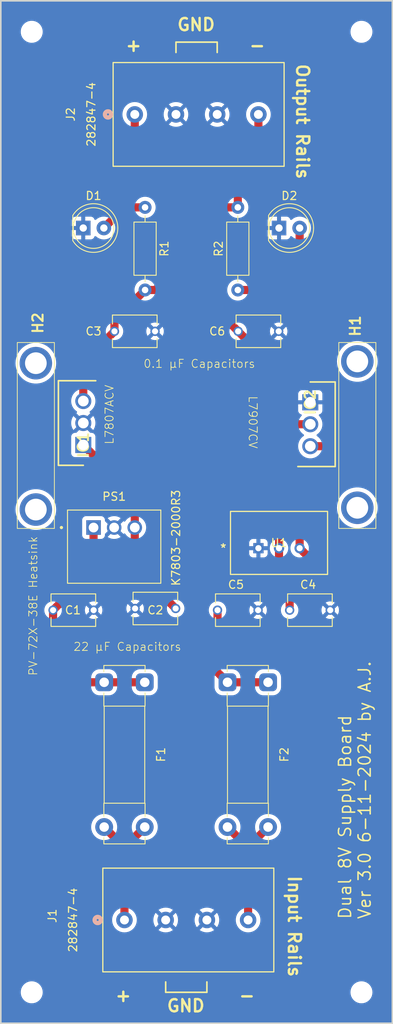
<source format=kicad_pcb>
(kicad_pcb (version 20221018) (generator pcbnew)

  (general
    (thickness 1.6)
  )

  (paper "A4")
  (layers
    (0 "F.Cu" signal)
    (31 "B.Cu" signal)
    (32 "B.Adhes" user "B.Adhesive")
    (33 "F.Adhes" user "F.Adhesive")
    (34 "B.Paste" user)
    (35 "F.Paste" user)
    (36 "B.SilkS" user "B.Silkscreen")
    (37 "F.SilkS" user "F.Silkscreen")
    (38 "B.Mask" user)
    (39 "F.Mask" user)
    (40 "Dwgs.User" user "User.Drawings")
    (41 "Cmts.User" user "User.Comments")
    (42 "Eco1.User" user "User.Eco1")
    (43 "Eco2.User" user "User.Eco2")
    (44 "Edge.Cuts" user)
    (45 "Margin" user)
    (46 "B.CrtYd" user "B.Courtyard")
    (47 "F.CrtYd" user "F.Courtyard")
    (48 "B.Fab" user)
    (49 "F.Fab" user)
    (50 "User.1" user)
    (51 "User.2" user)
    (52 "User.3" user)
    (53 "User.4" user)
    (54 "User.5" user)
    (55 "User.6" user)
    (56 "User.7" user)
    (57 "User.8" user)
    (58 "User.9" user)
  )

  (setup
    (pad_to_mask_clearance 0)
    (pcbplotparams
      (layerselection 0x00010fc_ffffffff)
      (plot_on_all_layers_selection 0x0000000_00000000)
      (disableapertmacros false)
      (usegerberextensions false)
      (usegerberattributes true)
      (usegerberadvancedattributes true)
      (creategerberjobfile true)
      (dashed_line_dash_ratio 12.000000)
      (dashed_line_gap_ratio 3.000000)
      (svgprecision 4)
      (plotframeref false)
      (viasonmask false)
      (mode 1)
      (useauxorigin false)
      (hpglpennumber 1)
      (hpglpenspeed 20)
      (hpglpendiameter 15.000000)
      (dxfpolygonmode true)
      (dxfimperialunits true)
      (dxfusepcbnewfont true)
      (psnegative false)
      (psa4output false)
      (plotreference true)
      (plotvalue true)
      (plotinvisibletext false)
      (sketchpadsonfab false)
      (subtractmaskfromsilk false)
      (outputformat 1)
      (mirror false)
      (drillshape 0)
      (scaleselection 1)
      (outputdirectory "")
    )
  )

  (net 0 "")
  (net 1 "Net-(PS1-VIN)")
  (net 2 "Earth")
  (net 3 "Net-(U1--VIN)")
  (net 4 "Net-(F1-Pad2)")
  (net 5 "Net-(F2-Pad2)")
  (net 6 "Net-(IC1-INPUT)")
  (net 7 "Net-(IC1-OUTPUT)")
  (net 8 "Net-(IC2-IN)")
  (net 9 "Net-(IC2-OUT)")
  (net 10 "Net-(D1-A)")
  (net 11 "Net-(D2-A)")

  (footprint "Fuse:Fuseholder_Clip-5x20mm_Bel_FC-203-22_Lateral_P17.80x5.00mm_D1.17mm_Horizontal" (layer "F.Cu") (at 142.2 126.98 -90))

  (footprint "LIB_PV-T2X-38E:PVT2X38E" (layer "F.Cu") (at 168.148 105.52 90))

  (footprint "LED_THT:LED_D5.0mm" (layer "F.Cu") (at 158.75 71.12))

  (footprint "RDEC71E226K3K1H03B:CAP_RDEC71E226K3K1H03B" (layer "F.Cu") (at 153.67 118.11))

  (footprint "Resistor_THT:R_Axial_DIN0207_L6.3mm_D2.5mm_P10.16mm_Horizontal" (layer "F.Cu") (at 142.24 68.58 -90))

  (footprint "Fuse:Fuseholder_Clip-5x20mm_Bel_FC-203-22_Lateral_P17.80x5.00mm_D1.17mm_Horizontal" (layer "F.Cu") (at 157.4 126.98 -90))

  (footprint "7908:TO270P460X1020X2008-3P" (layer "F.Cu") (at 162.6028 92.55 -90))

  (footprint "RDEC71E226K3K1H03B:CAP_RDEC71E226K3K1H03B" (layer "F.Cu") (at 140.97 83.82))

  (footprint "MountingHole:MountingHole_2.2mm_M2" (layer "F.Cu") (at 128.27 165.1))

  (footprint "RDEC71E226K3K1H03B:CAP_RDEC71E226K3K1H03B" (layer "F.Cu") (at 143.51 117.9068 180))

  (footprint "K7803-2000R3:CONV_K7803-2000R3" (layer "F.Cu") (at 138.43 110.3))

  (footprint "LED_THT:LED_D5.0mm" (layer "F.Cu") (at 134.62 71.12))

  (footprint "MountingHole:MountingHole_2.2mm_M2" (layer "F.Cu") (at 168.91 46.99))

  (footprint "7808:TO270P460X1020X2008-3P" (layer "F.Cu") (at 134.628 97.7976 90))

  (footprint "footprints:CONN4_282847-4_TEC" (layer "F.Cu") (at 139.7 156.21))

  (footprint "LIB_PV-T2X-38E:PVT2X38E" (layer "F.Cu") (at 129.032 87.74 -90))

  (footprint "Resistor_THT:R_Axial_DIN0207_L6.3mm_D2.5mm_P10.16mm_Horizontal" (layer "F.Cu") (at 153.67 78.74 90))

  (footprint "MountingHole:MountingHole_2.2mm_M2" (layer "F.Cu") (at 168.91 165.1))

  (footprint "TSN-1-24120:TSN 1_TRP" (layer "F.Cu") (at 156.21 110.490001))

  (footprint "RDEC71E226K3K1H03B:CAP_RDEC71E226K3K1H03B" (layer "F.Cu") (at 156.21 83.82))

  (footprint "RDEC71E226K3K1H03B:CAP_RDEC71E226K3K1H03B" (layer "F.Cu") (at 133.4008 118.11))

  (footprint "RDEC71E226K3K1H03B:CAP_RDEC71E226K3K1H03B" (layer "F.Cu") (at 162.56 118.11))

  (footprint "footprints:CONN4_282847-4_TEC" (layer "F.Cu") (at 140.97 57.15))

  (footprint "MountingHole:MountingHole_2.2mm_M2" (layer "F.Cu") (at 128.27 46.99))

  (gr_line (start 144.78 165.1) (end 149.86 165.1)
    (stroke (width 0.2) (type default)) (layer "F.SilkS") (tstamp 453ab48b-5a52-4864-af2a-93639942ee28))
  (gr_line (start 146.05 48.26) (end 151.13 48.26)
    (stroke (width 0.2) (type default)) (layer "F.SilkS") (tstamp 4c8cebc6-0984-46c0-85b4-ddecc253d0c2))
  (gr_line (start 144.78 163.83) (end 144.78 165.1)
    (stroke (width 0.2) (type default)) (layer "F.SilkS") (tstamp 73cdcb00-045e-4eef-b68d-366ac232490f))
  (gr_line (start 151.13 48.26) (end 151.13 49.53)
    (stroke (width 0.2) (type default)) (layer "F.SilkS") (tstamp 7d6d0881-961f-4a8d-9132-816a9fb1f7e6))
  (gr_line (start 146.05 49.53) (end 146.05 48.26)
    (stroke (width 0.2) (type default)) (layer "F.SilkS") (tstamp b8a0ef79-f4a4-448e-aec0-de16dd43d84b))
  (gr_line (start 149.86 165.1) (end 149.86 163.83)
    (stroke (width 0.2) (type default)) (layer "F.SilkS") (tstamp cee0e9bd-69d2-4c67-b7ff-1890f8239cfc))
  (gr_circle (center 168.91 165.1) (end 171.45 165.1)
    (stroke (width 0.15) (type solid)) (fill solid) (layer "B.Mask") (tstamp 1a78143e-4cd4-4212-a39b-443d371c6a61))
  (gr_circle (center 128.27 165.1) (end 130.81 165.1)
    (stroke (width 0.15) (type solid)) (fill solid) (layer "B.Mask") (tstamp ad375d6c-514b-4abb-be90-230e8ca62a29))
  (gr_circle (center 168.91 46.99) (end 171.45 46.99)
    (stroke (width 0.15) (type solid)) (fill solid) (layer "B.Mask") (tstamp c3137201-832c-4e2a-8f17-6401a706bd78))
  (gr_circle (center 128.27 46.99) (end 130.81 46.99)
    (stroke (width 0.15) (type solid)) (fill solid) (layer "B.Mask") (tstamp e6499944-efbf-4d1d-9b18-fa0bc4335a1f))
  (gr_circle (center 128.27 46.99) (end 130.81 46.99)
    (stroke (width 0.15) (type solid)) (fill solid) (layer "F.Mask") (tstamp 505b3334-6b6c-470b-8538-19540076202c))
  (gr_circle (center 128.27 165.1) (end 130.81 165.1)
    (stroke (width 0.15) (type solid)) (fill solid) (layer "F.Mask") (tstamp 672b0871-96e2-4680-8692-ac33ac4228c7))
  (gr_circle (center 168.91 165.1) (end 171.45 165.1)
    (stroke (width 0.15) (type solid)) (fill solid) (layer "F.Mask") (tstamp a4c95b74-fadf-44f9-8a60-dd5e85f207ad))
  (gr_circle (center 168.91 46.99) (end 171.45 46.99)
    (stroke (width 0.15) (type solid)) (fill solid) (layer "F.Mask") (tstamp d0df118f-d6d5-41a7-a22b-2b958633ec0e))
  (gr_rect (start 124.46 43.18) (end 172.72 168.91)
    (stroke (width 0.2) (type default)) (fill none) (layer "Edge.Cuts") (tstamp 2ea88651-a95f-44ca-a3a0-997e3c303b06))
  (gr_text "+" (at 138.43 166.37) (layer "F.SilkS") (tstamp 0ce2908a-212e-4bf3-8c10-bb3305ad1802)
    (effects (font (size 1.5 1.5) (thickness 0.3) bold) (justify left bottom))
  )
  (gr_text "PV-72X-38E Heatsink" (at 129.032 126.238 90) (layer "F.SilkS") (tstamp 1692c058-c90f-4221-9e08-74b1c43bffc9)
    (effects (font (size 1 1) (thickness 0.1)) (justify left bottom))
  )
  (gr_text "GND" (at 146.05 46.99) (layer "F.SilkS") (tstamp 1d3817da-a221-44e4-ba6a-b09133a36a04)
    (effects (font (size 1.5 1.5) (thickness 0.3) bold) (justify left bottom))
  )
  (gr_text "GND" (at 144.78 167.64) (layer "F.SilkS") (tstamp 384086a3-010c-4150-88b0-963050cda2f5)
    (effects (font (size 1.5 1.5) (thickness 0.3) bold) (justify left bottom))
  )
  (gr_text "Input Rails" (at 159.766 150.622 270) (layer "F.SilkS") (tstamp 404f6b2b-ac37-4ada-97ad-bf7a911d14b1)
    (effects (font (size 1.5 1.5) (thickness 0.3) bold) (justify left bottom))
  )
  (gr_text "0.1 μF Capacitors" (at 141.986 88.392) (layer "F.SilkS") (tstamp 5bc350fa-37fb-4298-93af-d16273b9e860)
    (effects (font (size 1 1) (thickness 0.1)) (justify left bottom))
  )
  (gr_text "-" (at 153.67 166.37) (layer "F.SilkS") (tstamp 713a7780-5346-4df3-b599-b597222079b5)
    (effects (font (size 1.5 1.5) (thickness 0.3) bold) (justify left bottom))
  )
  (gr_text "Dual 8V Supply Board\nVer 3.0 6-11-2024 by A.J." (at 170.18 156.21 90) (layer "F.SilkS") (tstamp 7a7f617b-917a-4c67-94dd-0b2d0224c358)
    (effects (font (size 1.5 1.5) (thickness 0.1875)) (justify left bottom))
  )
  (gr_text "-" (at 154.94 49.53) (layer "F.SilkS") (tstamp 9021d8e2-149c-4cf4-86d1-fdc1a4572803)
    (effects (font (size 1.5 1.5) (thickness 0.3) bold) (justify left bottom))
  )
  (gr_text "L7807ACV" (at 138.43 97.79 90) (layer "F.SilkS") (tstamp 9dedc937-a133-41bf-b56d-c967ef58e8f7)
    (effects (font (size 1 1) (thickness 0.1)) (justify left bottom))
  )
  (gr_text "22 μF Capacitors" (at 133.35 123.19) (layer "F.SilkS") (tstamp ba92afd3-1411-48df-a83b-ab6fb91bd1b1)
    (effects (font (size 1 1) (thickness 0.1)) (justify left bottom))
  )
  (gr_text "Output Rails" (at 160.782 50.8 270) (layer "F.SilkS") (tstamp e6e7c208-e245-4d78-870e-69601aa0bf6d)
    (effects (font (size 1.5 1.5) (thickness 0.3) bold) (justify left bottom))
  )
  (gr_text "L7907CV" (at 154.94 91.694 270) (layer "F.SilkS") (tstamp f31e1bc8-65ec-4c29-b307-51a4bc3be709)
    (effects (font (size 1 1) (thickness 0.1)) (justify left bottom))
  )
  (gr_text "+" (at 139.7 49.53) (layer "F.SilkS") (tstamp fdd687e6-612d-4167-a33f-bd27a2a7488b)
    (effects (font (size 1.5 1.5) (thickness 0.3) bold) (justify left bottom))
  )

  (segment (start 130.9008 123.2592) (end 130.9008 118.11) (width 1) (layer "F.Cu") (net 1) (tstamp 31de4be6-7ad8-46db-8c69-2fe57bf8e4d8))
  (segment (start 142.2 126.98) (end 137.2 126.98) (width 1) (layer "F.Cu") (net 1) (tstamp 3c14edec-f8a8-4b53-b81e-0b072d99a50b))
  (segment (start 130.89 123.27) (end 130.9008 123.2592) (width 1) (layer "F.Cu") (net 1) (tstamp 813b55ee-c961-4f18-926e-b9c4d1783b64))
  (segment (start 134.6 126.98) (end 130.89 123.27) (width 1) (layer "F.Cu") (net 1) (tstamp 89d1d9bd-b16b-489d-9b20-98cd22930143))
  (segment (start 135.89 107.95) (end 135.89 113.1208) (width 1) (layer "F.Cu") (net 1) (tstamp c7f5ddcb-261a-4c33-b2cd-bf5537b5bd33))
  (segment (start 137.2 126.98) (end 134.6 126.98) (width 1) (layer "F.Cu") (net 1) (tstamp f0504728-a2b5-4fa6-850c-cbb560a8723b))
  (segment (start 135.89 113.1208) (end 130.9008 118.11) (width 1) (layer "F.Cu") (net 1) (tstamp f40e319a-8771-4005-9774-3b8f5bf362d7))
  (segment (start 160.06 114.34) (end 160.06 118.11) (width 1) (layer "F.Cu") (net 3) (tstamp 1402e272-221e-4744-a710-6a62873b32a8))
  (segment (start 148.59 121.48) (end 148.59 110.49) (width 1) (layer "F.Cu") (net 3) (tstamp 1ddd6da9-14c0-4616-af06-a36651af24a7))
  (segment (start 151.13 107.95) (end 157.48 107.95) (width 1) (layer "F.Cu") (net 3) (tstamp 70d8334a-4f4b-4984-9864-ad2040ead546))
  (segment (start 158.75 109.22) (end 158.75 110.49) (width 1) (layer "F.Cu") (net 3) (tstamp 7ab1d34e-1a45-40ca-b1f5-243e5f899ffc))
  (segment (start 157.48 107.95) (end 158.75 109.22) (width 1) (layer "F.Cu") (net 3) (tstamp 851e6db7-76a7-43cf-9da3-35f7f5a977ec))
  (segment (start 148.59 123.17) (end 148.59 121.48) (width 1) (layer "F.Cu") (net 3) (tstamp a32fe46f-1a51-4b90-91ab-49f707a81620))
  (segment (start 152.4 126.98) (end 148.59 123.17) (width 1) (layer "F.Cu") (net 3) (tstamp b6a99049-ddca-4a4b-adb0-d28be208cb27))
  (segment (start 148.59 110.49) (end 151.13 107.95) (width 1) (layer "F.Cu") (net 3) (tstamp c7450968-a14f-4545-b7c8-db3651ca7710))
  (segment (start 158.75 113.03) (end 158.75 110.49) (width 1) (layer "F.Cu") (net 3) (tstamp d114b072-598d-4b8b-9a39-9af0bbd659a9))
  (segment (start 157.4 126.98) (end 152.4 126.98) (width 1) (layer "F.Cu") (net 3) (tstamp d2e17161-15a0-44b9-abfa-180d23bafa0e))
  (segment (start 160.06 114.34) (end 158.75 113.03) (width 1) (layer "F.Cu") (net 3) (tstamp dcfb2bce-4eb4-4e3f-bd32-123cc8cfcc88))
  (segment (start 139.7 147.28) (end 142.2 144.78) (width 1) (layer "F.Cu") (net 4) (tstamp 09bd2fc0-f933-4ea3-b2df-0e3062f955a3))
  (segment (start 139.7 147.28) (end 137.2 144.78) (width 1) (layer "F.Cu") (net 4) (tstamp 6197dbc4-afb6-4ab7-b51a-87b1e7eedafa))
  (segment (start 139.7 156.21) (end 139.7 147.28) (width 1) (layer "F.Cu") (net 4) (tstamp cfd57a68-1455-43a4-9c97-6b0074a0d2d8))
  (segment (start 154.94 147.24) (end 157.4 144.78) (width 1) (layer "F.Cu") (net 5) (tstamp 221995aa-16f4-4d03-9cea-4c004a164ce4))
  (segment (start 154.94 147.24) (end 154.86 147.24) (width 0.25) (layer "F.Cu") (net 5) (tstamp 56ce7cf3-e309-4167-bf67-492f5e52d75b))
  (segment (start 154.9 156.17) (end 154.94 156.21) (width 0.25) (layer "F.Cu") (net 5) (tstamp 715a63ae-13d1-4c01-a0bb-5554915dbee1))
  (segment (start 154.86 147.24) (end 152.4 144.78) (width 1) (layer "F.Cu") (net 5) (tstamp 9f0d5878-1130-4ec9-9c63-90eef571b50f))
  (segment (start 154.94 156.21) (end 154.94 147.24) (width 1) (layer "F.Cu") (net 5) (tstamp abf6bb00-3254-4b24-a61c-e5496cea79fa))
  (segment (start 140.97 107.95) (end 140.97 104.1396) (width 1) (layer "F.Cu") (net 6) (tstamp 0b20861f-3c6d-4c7d-bfa6-41607aaf9e88))
  (segment (start 140.97 107.95) (end 140.97 112.8668) (width 1) (layer "F.Cu") (net 6) (tstamp 2884f068-7219-47c4-97de-a5ee416f6bda))
  (segment (start 140.97 104.1396) (end 134.628 97.7976) (width 1) (layer "F.Cu") (net 6) (tstamp 74539e64-c2c8-42fe-a652-95bb48e17956))
  (segment (start 140.97 112.8668) (end 146.01 117.9068) (width 1) (layer "F.Cu") (net 6) (tstamp f530aaab-568b-4f8d-813f-64685129062f))
  (segment (start 143.51 64.77) (end 140.97 64.77) (width 1) (layer "F.Cu") (net 7) (tstamp 0484f2c2-07a9-4bfa-8597-ee11331d4d44))
  (segment (start 138.47 83.82) (end 138.47 82.51) (width 1) (layer "F.Cu") (net 7) (tstamp 08146737-aa64-480b-be57-c9b9f6eace7b))
  (segment (start 142.24 78.74) (end 143.51 78.74) (width 1) (layer "F.Cu") (net 7) (tstamp 15537fa3-1403-4c51-b189-b1261fa06ab0))
  (segment (start 138.47 82.51) (end 142.24 78.74) (width 1) (layer "F.Cu") (net 7) (tstamp 20c9a84e-8db3-4b56-b4cf-7f59b9667d5f))
  (segment (start 134.628 87.662) (end 138.47 83.82) (width 1) (layer "F.Cu") (net 7) (tstamp 4c49c9c4-1286-47bd-a62d-c56b383f455a))
  (segment (start 140.97 64.77) (end 140.97 57.15) (width 1) (layer "F.Cu") (net 7) (tstamp 50f9afd1-3717-4fa6-aac2-c7f83f91838d))
  (segment (start 143.51 78.74) (end 146.05 76.2) (width 1) (layer "F.Cu") (net 7) (tstamp 8962377d-a16c-4455-a0da-5a47f4af7812))
  (segment (start 146.05 67.31) (end 143.51 64.77) (width 1) (layer "F.Cu") (net 7) (tstamp 8dc0402c-0c2e-4afc-9d5d-68d0573f8c7c))
  (segment (start 134.628 92.3976) (end 134.628 87.662) (width 1) (layer "F.Cu") (net 7) (tstamp bb2e5ff8-6737-4829-90b1-4b4a54efb1ae))
  (segment (start 142.28 78.78) (end 142.24 78.74) (width 0.25) (layer "F.Cu") (net 7) (tstamp d2736d8a-f414-4178-99bf-af8a67438db3))
  (segment (start 146.05 76.2) (end 146.05 67.31) (width 1) (layer "F.Cu") (net 7) (tstamp da996f84-7b50-4612-9d99-aab5f0b13bb0))
  (segment (start 151.17 119.42) (end 153.67 121.92) (width 1) (layer "F.Cu") (net 8) (tstamp 098381b0-0d79-4230-be71-a2c07e56efa3))
  (segment (start 157.48 101.6) (end 161.29 105.41) (width 1) (layer "F.Cu") (net 8) (tstamp 1069361e-8bae-48af-9dad-bd408353d51c))
  (segment (start 161.29 105.41) (end 161.29 110.49) (width 1) (layer "F.Cu") (net 8) (tstamp 10e547c1-83bd-4971-bc75-de44897c4440))
  (segment (start 158.75 95.25) (end 157.48 96.52) (width 1) (layer "F.Cu") (net 8) (tstamp 1580f07d-2090-4b46-a85a-56f979c4229d))
  (segment (start 153.67 121.92) (end 166.37 121.92) (width 1) (layer "F.Cu") (net 8) (tstamp 36225975-a63c-4243-85e2-94f8f02c5686))
  (segment (start 157.48 96.52) (end 157.48 101.6) (width 1) (layer "F.Cu") (net 8) (tstamp 456466d2-3b00-469c-b7bb-9b2b9058ee5d))
  (segment (start 166.37 121.92) (end 168.91 119.38) (width 1) (layer "F.Cu") (net 8) (tstamp 59ae8fa8-425e-4add-a748-e5d031184812))
  (segment (start 168.91 118.11) (end 161.29 110.49) (width 1) (layer "F.Cu") (net 8) (tstamp 83629f10-0d90-4099-9f05-93fb67ebba61))
  (segment (start 151.17 119.42) (end 151.17 118.11) (width 1) (layer "F.Cu") (net 8) (tstamp 894f5655-77cb-4ff3-9402-1f0120846151))
  (segment (start 162.56 95.25) (end 158.75 95.25) (width 1) (layer "F.Cu") (net 8) (tstamp b2892508-7a01-44db-ac4e-4307e96864d0))
  (segment (start 168.91 119.38) (end 168.91 118.11) (width 1) (layer "F.Cu") (net 8) (tstamp d117921e-a628-4db4-bbdf-5442849d7c37))
  (segment (start 165.1 97.1296) (end 165.1 89.2556) (width 1) (layer "F.Cu") (net 9) (tstamp 06e459d6-8781-4507-9d90-30e8b30b1203))
  (segment (start 153.67 63.5) (end 156.21 60.96) (width 1) (layer "F.Cu") (net 9) (tstamp 0e850212-4dfb-4dec-a0a9-fafcf2aac682))
  (segment (start 165.1 89.2556) (end 164.9984 89.154) (width 0.25) (layer "F.Cu") (net 9) (tstamp 1867a978-b9b9-47f6-a41a-6cbda1801eb3))
  (segment (start 159.044 89.154) (end 153.71 83.82) (width 1) (layer "F.Cu") (net 9) (tstamp 1a1a7941-16ef-48fc-b2b7-73e16c8f093b))
  (segment (start 149.86 80.01) (end 149.86 69.85) (width 1) (layer "F.Cu") (net 9) (tstamp 3d5cac4d-77b6-47ae-b10c-6f244eb8cf4d))
  (segment (start 153.71 83.82) (end 149.9 80.01) (width 1) (layer "F.Cu") (net 9) (tstamp 43028ef9-cee6-43da-94b5-9c8381aa784b))
  (segment (start 149.9 80.01) (end 149.86 80.01) (width 1) (layer "F.Cu") (net 9) (tstamp 6cdd5dd7-bb63-4fa0-ad7b-67e4a4effc31))
  (segment (start 151.13 68.58) (end 153.67 68.58) (width 1) (layer "F.Cu") (net 9) (tstamp 731491fd-6fa8-4f25-8afe-d79e828f9f26))
  (segment (start 149.86 69.85) (end 151.13 68.58) (width 1) (layer "F.Cu") (net 9) (tstamp 78264a53-96eb-4d19-a1db-642335cd3a62))
  (segment (start 164.9984 89.154) (end 159.044 89.154) (width 1) (layer "F.Cu") (net 9) (tstamp a0d302ac-7dcd-4e0f-addd-440945cc3cd2))
  (segment (start 153.67 68.58) (end 153.67 63.5) (width 1) (layer "F.Cu") (net 9) (tstamp aaf6dc0f-e9ce-46f0-a5bd-7b35781643d9))
  (segment (start 156.21 60.96) (end 156.21 57.15) (width 1) (layer "F.Cu") (net 9) (tstamp bad32c1e-edc6-4cf6-99de-356b451dcf94))
  (segment (start 164.2796 97.95) (end 165.1 97.1296) (width 1) (layer "F.Cu") (net 9) (tstamp f154d639-3845-42cb-8d42-0303092c7a51))
  (segment (start 162.6028 97.95) (end 164.2796 97.95) (width 1) (layer "F.Cu") (net 9) (tstamp f937596a-bd69-4034-b10b-03dbbb7c11ce))
  (segment (start 139.7 68.58) (end 137.16 71.12) (width 1) (layer "F.Cu") (net 10) (tstamp 33820d63-749a-4d8b-a952-9cdd091e4294))
  (segment (start 142.24 68.58) (end 139.7 68.58) (width 1) (layer "F.Cu") (net 10) (tstamp a569aa3b-3336-4e39-a839-cb40dabd20d5))
  (segment (start 161.29 76.2) (end 161.29 71.12) (width 1) (layer "F.Cu") (net 11) (tstamp 05c20500-ad11-42af-a7a8-0fb9320124a9))
  (segment (start 158.75 78.74) (end 161.29 76.2) (width 1) (layer "F.Cu") (net 11) (tstamp 243de0b7-fbee-47cc-85d9-414a74e2efe9))
  (segment (start 153.67 78.74) (end 158.75 78.74) (width 1) (layer "F.Cu") (net 11) (tstamp 39d7667c-fee4-4348-934a-fc16f7267876))

  (zone (net 0) (net_name "") (layer "F.Cu") (tstamp 72d81568-aa50-491f-a007-4444b6f3ccff) (hatch edge 0.5)
    (priority 2)
    (connect_pads (clearance 0.5))
    (min_thickness 0.25) (filled_areas_thickness no)
    (fill (thermal_gap 0.5) (thermal_bridge_width 0.5) (island_removal_mode 1) (island_area_min 10))
    (polygon
      (pts
        (xy 124.46 43.18)
        (xy 172.72 43.18)
        (xy 172.72 168.91)
        (xy 124.46 168.91)
      )
    )
  )
  (zone (net 2) (net_name "Earth") (layer "B.Cu") (tstamp 5cd49537-b77e-4686-8018-05b3067c7254) (hatch edge 0.5)
    (priority 1)
    (connect_pads (clearance 0.5))
    (min_thickness 0.25) (filled_areas_thickness no)
    (fill (thermal_gap 0.5) (thermal_bridge_width 0.5) (island_removal_mode 1) (island_area_min 10))
    (polygon
      (pts
        (xy 172.72 43.18)
        (xy 124.46 43.18)
        (xy 124.46 168.91)
        (xy 172.72 168.91)
      )
    )
  )
  (zone (net 2) (net_name "Earth") (layer "B.Cu") (tstamp 5eb6bab9-4553-4b64-a6b7-f08df6b765d9) (hatch edge 0.5)
    (connect_pads (clearance 0.5))
    (min_thickness 0.25) (filled_areas_thickness no)
    (fill yes (thermal_gap 0.5) (thermal_bridge_width 0.5))
    (polygon
      (pts
        (xy 124.46 43.18)
        (xy 172.72 43.18)
        (xy 172.72 168.91)
        (xy 124.46 168.91)
      )
    )
    (filled_polygon
      (layer "B.Cu")
      (pts
        (xy 172.662539 43.200185)
        (xy 172.708294 43.252989)
        (xy 172.7195 43.3045)
        (xy 172.7195 168.7855)
        (xy 172.699815 168.852539)
        (xy 172.647011 168.898294)
        (xy 172.5955 168.9095)
        (xy 124.5845 168.9095)
        (xy 124.517461 168.889815)
        (xy 124.471706 168.837011)
        (xy 124.4605 168.7855)
        (xy 124.4605 165.1)
        (xy 126.914341 165.1)
        (xy 126.934936 165.335403)
        (xy 126.934938 165.335413)
        (xy 126.996094 165.563655)
        (xy 126.996096 165.563659)
        (xy 126.996097 165.563663)
        (xy 127.046031 165.670746)
        (xy 127.095964 165.777828)
        (xy 127.095965 165.77783)
        (xy 127.231505 165.971402)
        (xy 127.398597 166.138494)
        (xy 127.592169 166.274034)
        (xy 127.592171 166.274035)
        (xy 127.806337 166.373903)
        (xy 128.034592 166.435063)
        (xy 128.211034 166.4505)
        (xy 128.328966 166.4505)
        (xy 128.505408 166.435063)
        (xy 128.733663 166.373903)
        (xy 128.947829 166.274035)
        (xy 129.141401 166.138495)
        (xy 129.308495 165.971401)
        (xy 129.444035 165.77783)
        (xy 129.543903 165.563663)
        (xy 129.605063 165.335408)
        (xy 129.625659 165.1)
        (xy 167.554341 165.1)
        (xy 167.574936 165.335403)
        (xy 167.574938 165.335413)
        (xy 167.636094 165.563655)
        (xy 167.636096 165.563659)
        (xy 167.636097 165.563663)
        (xy 167.68603 165.670746)
        (xy 167.735964 165.777828)
        (xy 167.735965 165.77783)
        (xy 167.871505 165.971402)
        (xy 168.038597 166.138494)
        (xy 168.232169 166.274034)
        (xy 168.232171 166.274035)
        (xy 168.446337 166.373903)
        (xy 168.674592 166.435063)
        (xy 168.851034 166.4505)
        (xy 168.968966 166.4505)
        (xy 169.145408 166.435063)
        (xy 169.373663 166.373903)
        (xy 169.587829 166.274035)
        (xy 169.781401 166.138495)
        (xy 169.948495 165.971401)
        (xy 170.084035 165.77783)
        (xy 170.183903 165.563663)
        (xy 170.245063 165.335408)
        (xy 170.265659 165.1)
        (xy 170.245063 164.864592)
        (xy 170.183903 164.636337)
        (xy 170.084035 164.422171)
        (xy 170.084034 164.422169)
        (xy 169.948494 164.228597)
        (xy 169.781402 164.061505)
        (xy 169.58783 163.925965)
        (xy 169.587828 163.925964)
        (xy 169.480745 163.87603)
        (xy 169.373663 163.826097)
        (xy 169.373659 163.826096)
        (xy 169.373655 163.826094)
        (xy 169.145413 163.764938)
        (xy 169.145403 163.764936)
        (xy 168.968966 163.7495)
        (xy 168.851034 163.7495)
        (xy 168.674596 163.764936)
        (xy 168.674586 163.764938)
        (xy 168.446344 163.826094)
        (xy 168.446335 163.826098)
        (xy 168.232171 163.925964)
        (xy 168.232169 163.925965)
        (xy 168.038597 164.061505)
        (xy 167.871506 164.228597)
        (xy 167.871501 164.228604)
        (xy 167.735967 164.422165)
        (xy 167.735965 164.422169)
        (xy 167.636098 164.636335)
        (xy 167.636094 164.636344)
        (xy 167.574938 164.864586)
        (xy 167.574936 164.864596)
        (xy 167.554341 165.099999)
        (xy 167.554341 165.1)
        (xy 129.625659 165.1)
        (xy 129.605063 164.864592)
        (xy 129.543903 164.636337)
        (xy 129.444035 164.422171)
        (xy 129.444034 164.422169)
        (xy 129.308494 164.228597)
        (xy 129.141402 164.061505)
        (xy 128.94783 163.925965)
        (xy 128.947828 163.925964)
        (xy 128.840745 163.87603)
        (xy 128.733663 163.826097)
        (xy 128.733659 163.826096)
        (xy 128.733655 163.826094)
        (xy 128.505413 163.764938)
        (xy 128.505403 163.764936)
        (xy 128.328966 163.7495)
        (xy 128.211034 163.7495)
        (xy 128.034596 163.764936)
        (xy 128.034586 163.764938)
        (xy 127.806344 163.826094)
        (xy 127.806335 163.826098)
        (xy 127.592171 163.925964)
        (xy 127.592169 163.925965)
        (xy 127.398597 164.061505)
        (xy 127.231506 164.228597)
        (xy 127.231501 164.228604)
        (xy 127.095967 164.422165)
        (xy 127.095965 164.422169)
        (xy 126.996098 164.636335)
        (xy 126.996094 164.636344)
        (xy 126.934938 164.864586)
        (xy 126.934936 164.864596)
        (xy 126.914341 165.099999)
        (xy 126.914341 165.1)
        (xy 124.4605 165.1)
        (xy 124.4605 156.21)
        (xy 138.178811 156.21)
        (xy 138.197538 156.447963)
        (xy 138.253261 156.680068)
        (xy 138.344608 156.9006)
        (xy 138.34461 156.900604)
        (xy 138.344611 156.900605)
        (xy 138.469332 157.104132)
        (xy 138.624357 157.285643)
        (xy 138.805868 157.440668)
        (xy 139.009395 157.565389)
        (xy 139.009397 157.565389)
        (xy 139.009399 157.565391)
        (xy 139.08507 157.596735)
        (xy 139.229927 157.656737)
        (xy 139.462034 157.712461)
        (xy 139.7 157.731189)
        (xy 139.937966 157.712461)
        (xy 140.170073 157.656737)
        (xy 140.390605 157.565389)
        (xy 140.594132 157.440668)
        (xy 140.775643 157.285643)
        (xy 140.930668 157.104132)
        (xy 141.055389 156.900605)
        (xy 141.146737 156.680073)
        (xy 141.202461 156.447966)
        (xy 141.221189 156.21)
        (xy 141.221189 156.209999)
        (xy 143.259312 156.209999)
        (xy 143.278033 156.447883)
        (xy 143.333742 156.679925)
        (xy 143.425056 156.900378)
        (xy 143.543229 157.093216)
        (xy 144.131482 156.504963)
        (xy 144.192805 156.471478)
        (xy 144.262496 156.476462)
        (xy 144.31843 156.518333)
        (xy 144.321514 156.523249)
        (xy 144.321549 156.523225)
        (xy 144.326441 156.530156)
        (xy 144.429637 156.640651)
        (xy 144.429638 156.640652)
        (xy 144.464698 156.661973)
        (xy 144.511749 156.713623)
        (xy 144.523407 156.782513)
        (xy 144.49597 156.84677)
        (xy 144.48795 156.855601)
        (xy 143.896782 157.446769)
        (xy 143.896782 157.44677)
        (xy 144.089621 157.564943)
        (xy 144.310075 157.656257)
        (xy 144.310072 157.656257)
        (xy 144.542116 157.711966)
        (xy 144.779999 157.730687)
        (xy 145.017883 157.711966)
        (xy 145.249925 157.656257)
        (xy 145.470374 157.564944)
        (xy 145.663216 157.446769)
        (xy 145.073165 156.856718)
        (xy 145.03968 156.795395)
        (xy 145.044664 156.725703)
        (xy 145.082588 156.672853)
        (xy 145.185739 156.588934)
        (xy 145.236052 156.517655)
        (xy 145.290793 156.474239)
        (xy 145.360318 156.467309)
        (xy 145.422553 156.499067)
        (xy 145.425037 156.501483)
        (xy 146.016769 157.093216)
        (xy 146.134944 156.900374)
        (xy 146.226257 156.679925)
        (xy 146.281966 156.447883)
        (xy 146.300687 156.21)
        (xy 146.300687 156.209999)
        (xy 148.339312 156.209999)
        (xy 148.358033 156.447883)
        (xy 148.413742 156.679925)
        (xy 148.505056 156.900378)
        (xy 148.623229 157.093216)
        (xy 149.211482 156.504963)
        (xy 149.272805 156.471478)
        (xy 149.342496 156.476462)
        (xy 149.39843 156.518333)
        (xy 149.401514 156.523249)
        (xy 149.401549 156.523225)
        (xy 149.406441 156.530156)
        (xy 149.509637 156.640651)
        (xy 149.509638 156.640652)
        (xy 149.544698 156.661973)
        (xy 149.591749 156.713623)
        (xy 149.603407 156.782513)
        (xy 149.57597 156.84677)
        (xy 149.56795 156.855601)
        (xy 148.976782 157.446769)
        (xy 148.976782 157.44677)
        (xy 149.169621 157.564943)
        (xy 149.390075 157.656257)
        (xy 149.390072 157.656257)
        (xy 149.622116 157.711966)
        (xy 149.86 157.730687)
        (xy 150.097883 157.711966)
        (xy 150.329925 157.656257)
        (xy 150.550374 157.564944)
        (xy 150.743216 157.446769)
        (xy 150.153165 156.856718)
        (xy 150.11968 156.795395)
        (xy 150.124664 156.725703)
        (xy 150.162588 156.672853)
        (xy 150.265739 156.588934)
        (xy 150.316052 156.517655)
        (xy 150.370793 156.474239)
        (xy 150.440318 156.467309)
        (xy 150.502553 156.499067)
        (xy 150.505037 156.501483)
        (xy 151.096769 157.093216)
        (xy 151.214944 156.900374)
        (xy 151.306257 156.679925)
        (xy 151.361966 156.447883)
        (xy 151.380687 156.21)
        (xy 153.418811 156.21)
        (xy 153.437538 156.447963)
        (xy 153.493261 156.680068)
        (xy 153.584608 156.9006)
        (xy 153.58461 156.900604)
        (xy 153.584611 156.900605)
        (xy 153.709332 157.104132)
        (xy 153.864357 157.285643)
        (xy 154.045868 157.440668)
        (xy 154.249395 157.565389)
        (xy 154.249397 157.565389)
        (xy 154.249399 157.565391)
        (xy 154.32507 157.596735)
        (xy 154.469927 157.656737)
        (xy 154.702034 157.712461)
        (xy 154.94 157.731189)
        (xy 155.177966 157.712461)
        (xy 155.410073 157.656737)
        (xy 155.630605 157.565389)
        (xy 155.834132 157.440668)
        (xy 156.015643 157.285643)
        (xy 156.170668 157.104132)
        (xy 156.295389 156.900605)
        (xy 156.386737 156.680073)
        (xy 156.442461 156.447966)
        (xy 156.461189 156.21)
        (xy 156.442461 155.972034)
        (xy 156.386737 155.739927)
        (xy 156.295389 155.519395)
        (xy 156.170668 155.315868)
        (xy 156.015643 155.134357)
        (xy 155.834132 154.979332)
        (xy 155.630605 154.854611)
        (xy 155.630604 154.85461)
        (xy 155.6306 154.854608)
        (xy 155.410068 154.763261)
        (xy 155.177962 154.707538)
        (xy 155.177963 154.707538)
        (xy 154.94 154.688811)
        (xy 154.702036 154.707538)
        (xy 154.469931 154.763261)
        (xy 154.249399 154.854608)
        (xy 154.045867 154.979332)
        (xy 153.864357 155.134357)
        (xy 153.709332 155.315867)
        (xy 153.584608 155.519399)
        (xy 153.493261 155.739931)
        (xy 153.437538 155.972036)
        (xy 153.418811 156.21)
        (xy 151.380687 156.21)
        (xy 151.361966 155.972116)
        (xy 151.306257 155.740074)
        (xy 151.214943 155.519621)
        (xy 151.096769 155.326782)
        (xy 150.508517 155.915034)
        (xy 150.447194 155.948519)
        (xy 150.377502 155.943535)
        (xy 150.321569 155.901663)
        (xy 150.318486 155.89675)
        (xy 150.318451 155.896775)
        (xy 150.313558 155.889843)
        (xy 150.21036 155.779346)
        (xy 150.210358 155.779345)
        (xy 150.1753 155.758026)
        (xy 150.128248 155.706375)
        (xy 150.11659 155.637485)
        (xy 150.144027 155.573228)
        (xy 150.152047 155.564397)
        (xy 150.743216 154.973229)
        (xy 150.550378 154.855056)
        (xy 150.329924 154.763742)
        (xy 150.329927 154.763742)
        (xy 150.097883 154.708033)
        (xy 149.86 154.689312)
        (xy 149.622116 154.708033)
        (xy 149.390074 154.763742)
        (xy 149.169621 154.855056)
        (xy 148.976782 154.973229)
        (xy 149.566833 155.56328)
        (xy 149.600318 155.624603)
        (xy 149.595334 155.694295)
        (xy 149.557408 155.747148)
        (xy 149.454262 155.831064)
        (xy 149.454258 155.831069)
        (xy 149.403947 155.902344)
        (xy 149.349205 155.945761)
        (xy 149.27968 155.95269)
        (xy 149.217445 155.920931)
        (xy 149.214962 155.918516)
        (xy 148.623229 155.326782)
        (xy 148.505056 155.519621)
        (xy 148.413742 155.740074)
        (xy 148.358033 155.972116)
        (xy 148.339312 156.209999)
        (xy 146.300687 156.209999)
        (xy 146.281966 155.972116)
        (xy 146.226257 155.740074)
        (xy 146.134943 155.519621)
        (xy 146.016769 155.326782)
        (xy 145.428517 155.915034)
        (xy 145.367194 155.948519)
        (xy 145.297502 155.943535)
        (xy 145.241569 155.901663)
        (xy 145.238486 155.89675)
        (xy 145.238451 155.896775)
        (xy 145.233558 155.889843)
        (xy 145.13036 155.779346)
        (xy 145.130358 155.779345)
        (xy 145.0953 155.758026)
        (xy 145.048248 155.706375)
        (xy 145.03659 155.637485)
        (xy 145.064027 155.573228)
        (xy 145.072047 155.564397)
        (xy 145.663216 154.973229)
        (xy 145.470378 154.855056)
        (xy 145.249924 154.763742)
        (xy 145.249927 154.763742)
        (xy 145.017883 154.708033)
        (xy 144.779999 154.689312)
        (xy 144.542116 154.708033)
        (xy 144.310074 154.763742)
        (xy 144.089621 154.855056)
        (xy 143.896782 154.973229)
        (xy 144.486833 155.56328)
        (xy 144.520318 155.624603)
        (xy 144.515334 155.694295)
        (xy 144.477408 155.747148)
        (xy 144.374262 155.831064)
        (xy 144.374258 155.831069)
        (xy 144.323947 155.902344)
        (xy 144.269205 155.945761)
        (xy 144.19968 155.95269)
        (xy 144.137445 155.920931)
        (xy 144.134962 155.918516)
        (xy 143.543229 155.326782)
        (xy 143.425056 155.519621)
        (xy 143.333742 155.740074)
        (xy 143.278033 155.972116)
        (xy 143.259312 156.209999)
        (xy 141.221189 156.209999)
        (xy 141.202461 155.972034)
        (xy 141.146737 155.739927)
        (xy 141.055389 155.519395)
        (xy 140.930668 155.315868)
        (xy 140.775643 155.134357)
        (xy 140.594132 154.979332)
        (xy 140.390605 154.854611)
        (xy 140.390604 154.85461)
        (xy 140.3906 154.854608)
        (xy 140.170068 154.763261)
        (xy 139.937962 154.707538)
        (xy 139.937963 154.707538)
        (xy 139.7 154.688811)
        (xy 139.462036 154.707538)
        (xy 139.229931 154.763261)
        (xy 139.009399 154.854608)
        (xy 138.805867 154.979332)
        (xy 138.624357 155.134357)
        (xy 138.469332 155.315867)
        (xy 138.344608 155.519399)
        (xy 138.253261 155.739931)
        (xy 138.197538 155.972036)
        (xy 138.178811 156.21)
        (xy 124.4605 156.21)
        (xy 124.4605 144.779999)
        (xy 135.594551 144.779999)
        (xy 135.614317 145.031151)
        (xy 135.673126 145.27611)
        (xy 135.769533 145.508859)
        (xy 135.90116 145.723653)
        (xy 135.901161 145.723656)
        (xy 135.901164 145.723659)
        (xy 136.064776 145.915224)
        (xy 136.213066 146.041875)
        (xy 136.256343 146.078838)
        (xy 136.256346 146.078839)
        (xy 136.47114 146.210466)
        (xy 136.703889 146.306872)
        (xy 136.703889 146.306873)
        (xy 136.948852 146.365683)
        (xy 137.2 146.385449)
        (xy 137.451148 146.365683)
        (xy 137.696111 146.306873)
        (xy 137.928859 146.210466)
        (xy 138.143659 146.078836)
        (xy 138.335224 145.915224)
        (xy 138.498836 145.723659)
        (xy 138.630466 145.508859)
        (xy 138.726873 145.276111)
        (xy 138.785683 145.031148)
        (xy 138.805449 144.78)
        (xy 138.805449 144.779999)
        (xy 140.594551 144.779999)
        (xy 140.614317 145.031151)
        (xy 140.673126 145.27611)
        (xy 140.769533 145.508859)
        (xy 140.90116 145.723653)
        (xy 140.901161 145.723656)
        (xy 140.901164 145.723659)
        (xy 141.064776 145.915224)
        (xy 141.213066 146.041875)
        (xy 141.256343 146.078838)
        (xy 141.256346 146.078839)
        (xy 141.47114 146.210466)
        (xy 141.703889 146.306873)
        (xy 141.948852 146.365683)
        (xy 142.2 146.385449)
        (xy 142.451148 146.365683)
        (xy 142.696111 146.306873)
        (xy 142.928859 146.210466)
        (xy 143.143659 146.078836)
        (xy 143.335224 145.915224)
        (xy 143.498836 145.723659)
        (xy 143.630466 145.508859)
        (xy 143.726873 145.276111)
        (xy 143.785683 145.031148)
        (xy 143.805449 144.78)
        (xy 150.794551 144.78)
        (xy 150.814317 145.031151)
        (xy 150.873126 145.27611)
        (xy 150.969533 145.508859)
        (xy 151.10116 145.723653)
        (xy 151.101161 145.723656)
        (xy 151.101164 145.723659)
        (xy 151.264776 145.915224)
        (xy 151.413066 146.041875)
        (xy 151.456343 146.078838)
        (xy 151.456346 146.078839)
        (xy 151.67114 146.210466)
        (xy 151.903889 146.306872)
        (xy 151.903889 146.306873)
        (xy 152.148852 146.365683)
        (xy 152.4 146.385449)
        (xy 152.651148 146.365683)
        (xy 152.896111 146.306873)
        (xy 153.128859 146.210466)
        (xy 153.343659 146.078836)
        (xy 153.535224 145.915224)
        (xy 153.698836 145.723659)
        (xy 153.830466 145.508859)
        (xy 153.926873 145.276111)
        (xy 153.985683 145.031148)
        (xy 154.005449 144.78)
        (xy 155.794551 144.78)
        (xy 155.814317 145.031151)
        (xy 155.873126 145.27611)
        (xy 155.969533 145.508859)
        (xy 156.10116 145.723653)
        (xy 156.101161 145.723656)
        (xy 156.101164 145.723659)
        (xy 156.264776 145.915224)
        (xy 156.413066 146.041875)
        (xy 156.456343 146.078838)
        (xy 156.456346 146.078839)
        (xy 156.67114 146.210466)
        (xy 156.903888 146.306873)
        (xy 156.903889 146.306873)
        (xy 157.148852 146.365683)
        (xy 157.4 146.385449)
        (xy 157.651148 146.365683)
        (xy 157.896111 146.306873)
        (xy 158.128859 146.210466)
        (xy 158.343659 146.078836)
        (xy 158.535224 145.915224)
        (xy 158.698836 145.723659)
        (xy 158.830466 145.508859)
        (xy 158.926873 145.276111)
        (xy 158.985683 145.031148)
        (xy 159.005449 144.78)
        (xy 158.985683 144.528852)
        (xy 158.926873 144.283889)
        (xy 158.830466 144.051141)
        (xy 158.830466 144.05114)
        (xy 158.698839 143.836346)
        (xy 158.698838 143.836343)
        (xy 158.661875 143.793066)
        (xy 158.535224 143.644776)
        (xy 158.408571 143.536604)
        (xy 158.343656 143.481161)
        (xy 158.343653 143.48116)
        (xy 158.128859 143.349533)
        (xy 157.89611 143.253126)
        (xy 157.651151 143.194317)
        (xy 157.4 143.174551)
        (xy 157.148848 143.194317)
        (xy 156.903889 143.253126)
        (xy 156.67114 143.349533)
        (xy 156.456346 143.48116)
        (xy 156.456343 143.481161)
        (xy 156.264776 143.644776)
        (xy 156.101161 143.836343)
        (xy 156.10116 143.836346)
        (xy 155.969533 144.05114)
        (xy 155.873126 144.283889)
        (xy 155.814317 144.528848)
        (xy 155.794551 144.78)
        (xy 154.005449 144.78)
        (xy 153.985683 144.528852)
        (xy 153.926873 144.283889)
        (xy 153.830466 144.051141)
        (xy 153.830466 144.05114)
        (xy 153.698839 143.836346)
        (xy 153.698838 143.836343)
        (xy 153.661875 143.793066)
        (xy 153.535224 143.644776)
        (xy 153.408571 143.536604)
        (xy 153.343656 143.481161)
        (xy 153.343653 143.48116)
        (xy 153.128859 143.349533)
        (xy 152.89611 143.253126)
        (xy 152.651151 143.194317)
        (xy 152.462786 143.179492)
        (xy 152.4 143.174551)
        (xy 152.399999 143.174551)
        (xy 152.148848 143.194317)
        (xy 151.903889 143.253126)
        (xy 151.67114 143.349533)
        (xy 151.456346 143.48116)
        (xy 151.456343 143.481161)
        (xy 151.264776 143.644776)
        (xy 151.101161 143.836343)
        (xy 151.10116 143.836346)
        (xy 150.969533 144.05114)
        (xy 150.873126 144.283889)
        (xy 150.814317 144.528848)
        (xy 150.794551 144.78)
        (xy 143.805449 144.78)
        (xy 143.785683 144.528852)
        (xy 143.726873 144.283889)
        (xy 143.630466 144.051141)
        (xy 143.630466 144.05114)
        (xy 143.498839 143.836346)
        (xy 143.498838 143.836343)
        (xy 143.461875 143.793066)
        (xy 143.335224 143.644776)
        (xy 143.208571 143.536604)
        (xy 143.143656 143.481161)
        (xy 143.143653 143.48116)
        (xy 142.928859 143.349533)
        (xy 142.69611 143.253126)
        (xy 142.451151 143.194317)
        (xy 142.262787 143.179492)
        (xy 142.2 143.174551)
        (xy 142.199999 143.174551)
        (xy 141.948848 143.194317)
        (xy 141.703889 143.253126)
        (xy 141.47114 143.349533)
        (xy 141.256346 143.48116)
        (xy 141.256343 143.481161)
        (xy 141.064776 143.644776)
        (xy 140.901161 143.836343)
        (xy 140.90116 143.836346)
        (xy 140.769533 144.05114)
        (xy 140.673126 144.283889)
        (xy 140.614317 144.528848)
        (xy 140.594551 144.779999)
        (xy 138.805449 144.779999)
        (xy 138.785683 144.528852)
        (xy 138.726873 144.283889)
        (xy 138.630466 144.051141)
        (xy 138.630466 144.05114)
        (xy 138.498839 143.836346)
        (xy 138.498838 143.836343)
        (xy 138.461875 143.793066)
        (xy 138.335224 143.644776)
        (xy 138.208571 143.536604)
        (xy 138.143656 143.481161)
        (xy 138.143653 143.48116)
        (xy 137.928859 143.349533)
        (xy 137.69611 143.253126)
        (xy 137.451151 143.194317)
        (xy 137.2 143.174551)
        (xy 136.948848 143.194317)
        (xy 136.703889 143.253126)
        (xy 136.47114 143.349533)
        (xy 136.256346 143.48116)
        (xy 136.256343 143.481161)
        (xy 136.064776 143.644776)
        (xy 135.901161 143.836343)
        (xy 135.90116 143.836346)
        (xy 135.769533 144.05114)
        (xy 135.673126 144.283889)
        (xy 135.614317 144.528848)
        (xy 135.594551 144.779999)
        (xy 124.4605 144.779999)
        (xy 124.4605 127.581604)
        (xy 135.5995 127.581604)
        (xy 135.614699 127.735932)
        (xy 135.6147 127.735934)
        (xy 135.674768 127.933954)
        (xy 135.772315 128.11645)
        (xy 135.772317 128.116452)
        (xy 135.903589 128.27641)
        (xy 136.000209 128.355702)
        (xy 136.06355 128.407685)
        (xy 136.246046 128.505232)
        (xy 136.444066 128.5653)
        (xy 136.444065 128.5653)
        (xy 136.482647 128.5691)
        (xy 136.598392 128.5805)
        (xy 136.598395 128.5805)
        (xy 137.801605 128.5805)
        (xy 137.801608 128.5805)
        (xy 137.955934 128.5653)
        (xy 138.153954 128.505232)
        (xy 138.33645 128.407685)
        (xy 138.49641 128.27641)
        (xy 138.627685 128.11645)
        (xy 138.725232 127.933954)
        (xy 138.7853 127.735934)
        (xy 138.8005 127.581608)
        (xy 138.8005 127.581604)
        (xy 140.5995 127.581604)
        (xy 140.614699 127.735932)
        (xy 140.6147 127.735934)
        (xy 140.674768 127.933954)
        (xy 140.772315 128.11645)
        (xy 140.772317 128.116452)
        (xy 140.903589 128.27641)
        (xy 141.000209 128.355702)
        (xy 141.06355 128.407685)
        (xy 141.246046 128.505232)
        (xy 141.444066 128.5653)
        (xy 141.444065 128.5653)
        (xy 141.482647 128.5691)
        (xy 141.598392 128.5805)
        (xy 141.598395 128.5805)
        (xy 142.801605 128.5805)
        (xy 142.801608 128.5805)
        (xy 142.955934 128.5653)
        (xy 143.153954 128.505232)
        (xy 143.33645 128.407685)
        (xy 143.49641 128.27641)
        (xy 143.627685 128.11645)
        (xy 143.725232 127.933954)
        (xy 143.7853 127.735934)
        (xy 143.8005 127.581608)
        (xy 143.8005 127.581604)
        (xy 150.7995 127.581604)
        (xy 150.814699 127.735932)
        (xy 150.8147 127.735934)
        (xy 150.874768 127.933954)
        (xy 150.972315 128.11645)
        (xy 150.972317 128.116452)
        (xy 151.103589 128.27641)
        (xy 151.200209 128.355702)
        (xy 151.26355 128.407685)
        (xy 151.446046 128.505232)
        (xy 151.644066 128.5653)
        (xy 151.644065 128.5653)
        (xy 151.682647 128.5691)
        (xy 151.798392 128.5805)
        (xy 151.798395 128.5805)
        (xy 153.001605 128.5805)
        (xy 153.001608 128.5805)
        (xy 153.155934 128.5653)
        (xy 153.353954 128.505232)
        (xy 153.53645 128.407685)
        (xy 153.69641 128.27641)
        (xy 153.827685 128.11645)
        (xy 153.925232 127.933954)
        (xy 153.9853 127.735934)
        (xy 154.0005 127.581608)
        (xy 154.0005 127.581604)
        (xy 155.7995 127.581604)
        (xy 155.814699 127.735932)
        (xy 155.8147 127.735934)
        (xy 155.874768 127.933954)
        (xy 155.972315 128.11645)
        (xy 155.972317 128.116452)
        (xy 156.103589 128.27641)
        (xy 156.200209 128.355702)
        (xy 156.26355 128.407685)
        (xy 156.446046 128.505232)
        (xy 156.644066 128.5653)
        (xy 156.644065 128.5653)
        (xy 156.682647 128.5691)
        (xy 156.798392 128.5805)
        (xy 156.798395 128.5805)
        (xy 158.001605 128.5805)
        (xy 158.001608 128.5805)
        (xy 158.155934 128.5653)
        (xy 158.353954 128.505232)
        (xy 158.53645 128.407685)
        (xy 158.69641 128.27641)
        (xy 158.827685 128.11645)
        (xy 158.925232 127.933954)
        (xy 158.9853 127.735934)
        (xy 159.0005 127.581608)
        (xy 159.0005 126.378392)
        (xy 158.9853 126.224066)
        (xy 158.925232 126.026046)
        (xy 158.827685 125.84355)
        (xy 158.775702 125.780209)
        (xy 158.69641 125.683589)
        (xy 158.536452 125.552317)
        (xy 158.536453 125.552317)
        (xy 158.53645 125.552315)
        (xy 158.353954 125.454768)
        (xy 158.155934 125.3947)
        (xy 158.155932 125.394699)
        (xy 158.155934 125.394699)
        (xy 158.036805 125.382966)
        (xy 158.001608 125.3795)
        (xy 156.798392 125.3795)
        (xy 156.760298 125.383251)
        (xy 156.644067 125.394699)
        (xy 156.446043 125.454769)
        (xy 156.335898 125.513643)
        (xy 156.26355 125.552315)
        (xy 156.263548 125.552316)
        (xy 156.263547 125.552317)
        (xy 156.103589 125.683589)
        (xy 155.972317 125.843547)
        (xy 155.874769 126.026043)
        (xy 155.814699 126.224067)
        (xy 155.7995 126.378395)
        (xy 155.7995 127.581604)
        (xy 154.0005 127.581604)
        (xy 154.0005 126.378392)
        (xy 153.9853 126.224066)
        (xy 153.925232 126.026046)
        (xy 153.827685 125.84355)
        (xy 153.775702 125.780209)
        (xy 153.69641 125.683589)
        (xy 153.536452 125.552317)
        (xy 153.536453 125.552317)
        (xy 153.53645 125.552315)
        (xy 153.353954 125.454768)
        (xy 153.155934 125.3947)
        (xy 153.155932 125.394699)
        (xy 153.155934 125.394699)
        (xy 153.036805 125.382966)
        (xy 153.001608 125.3795)
        (xy 151.798392 125.3795)
        (xy 151.760298 125.383251)
        (xy 151.644067 125.394699)
        (xy 151.446043 125.454769)
        (xy 151.335898 125.513643)
        (xy 151.26355 125.552315)
        (xy 151.263548 125.552316)
        (xy 151.263547 125.552317)
        (xy 151.103589 125.683589)
        (xy 150.972317 125.843547)
        (xy 150.874769 126.026043)
        (xy 150.814699 126.224067)
        (xy 150.7995 126.378395)
        (xy 150.7995 127.581604)
        (xy 143.8005 127.581604)
        (xy 143.8005 126.378392)
        (xy 143.7853 126.224066)
        (xy 143.725232 126.026046)
        (xy 143.627685 125.84355)
        (xy 143.575702 125.780209)
        (xy 143.49641 125.683589)
        (xy 143.336452 125.552317)
        (xy 143.336453 125.552317)
        (xy 143.33645 125.552315)
        (xy 143.153954 125.454768)
        (xy 142.955934 125.3947)
        (xy 142.955932 125.394699)
        (xy 142.955934 125.394699)
        (xy 142.836805 125.382966)
        (xy 142.801608 125.3795)
        (xy 141.598392 125.3795)
        (xy 141.560298 125.383251)
        (xy 141.444067 125.394699)
        (xy 141.246043 125.454769)
        (xy 141.135898 125.513643)
        (xy 141.06355 125.552315)
        (xy 141.063548 125.552316)
        (xy 141.063547 125.552317)
        (xy 140.903589 125.683589)
        (xy 140.772317 125.843547)
        (xy 140.674769 126.026043)
        (xy 140.614699 126.224067)
        (xy 140.5995 126.378395)
        (xy 140.5995 127.581604)
        (xy 138.8005 127.581604)
        (xy 138.8005 126.378392)
        (xy 138.7853 126.224066)
        (xy 138.725232 126.026046)
        (xy 138.627685 125.84355)
        (xy 138.575702 125.780209)
        (xy 138.49641 125.683589)
        (xy 138.336452 125.552317)
        (xy 138.336453 125.552317)
        (xy 138.33645 125.552315)
        (xy 138.153954 125.454768)
        (xy 137.955934 125.3947)
        (xy 137.955932 125.394699)
        (xy 137.955934 125.394699)
        (xy 137.836805 125.382966)
        (xy 137.801608 125.3795)
        (xy 136.598392 125.3795)
        (xy 136.560298 125.383251)
        (xy 136.444067 125.394699)
        (xy 136.246043 125.454769)
        (xy 136.135898 125.513643)
        (xy 136.06355 125.552315)
        (xy 136.063548 125.552316)
        (xy 136.063547 125.552317)
        (xy 135.903589 125.683589)
        (xy 135.772317 125.843547)
        (xy 135.674769 126.026043)
        (xy 135.614699 126.224067)
        (xy 135.5995 126.378395)
        (xy 135.5995 127.581604)
        (xy 124.4605 127.581604)
        (xy 124.4605 118.11)
        (xy 129.820692 118.11)
        (xy 129.839082 118.308464)
        (xy 129.839082 118.308466)
        (xy 129.839083 118.308469)
        (xy 129.886578 118.475398)
        (xy 129.89363 118.500183)
        (xy 129.98247 118.678598)
        (xy 129.982475 118.678606)
        (xy 130.102592 118.837666)
        (xy 130.220541 118.94519)
        (xy 130.24989 118.971945)
        (xy 130.378959 119.051862)
        (xy 130.418628 119.076424)
        (xy 130.419354 119.076873)
        (xy 130.605214 119.148876)
        (xy 130.80114 119.1855)
        (xy 130.801142 119.1855)
        (xy 131.000458 119.1855)
        (xy 131.00046 119.1855)
        (xy 131.196386 119.148876)
        (xy 131.382246 119.076873)
        (xy 131.55171 118.971945)
        (xy 131.699009 118.837664)
        (xy 131.819126 118.678604)
        (xy 131.907971 118.50018)
        (xy 131.962517 118.308469)
        (xy 131.980908 118.11)
        (xy 134.821195 118.11)
        (xy 134.839576 118.308376)
        (xy 134.839577 118.308378)
        (xy 134.894096 118.499993)
        (xy 134.894102 118.500008)
        (xy 134.981573 118.675672)
        (xy 135.382185 118.275059)
        (xy 135.443508 118.241574)
        (xy 135.513199 118.246558)
        (xy 135.569133 118.288429)
        (xy 135.573666 118.294906)
        (xy 135.621089 118.367492)
        (xy 135.719852 118.444363)
        (xy 135.721587 118.445713)
        (xy 135.7624 118.502423)
        (xy 135.766074 118.572196)
        (xy 135.733105 118.631247)
        (xy 135.338272 119.026079)
        (xy 135.419578 119.076422)
        (xy 135.419582 119.076424)
        (xy 135.605349 119.14839)
        (xy 135.605354 119.148391)
        (xy 135.801189 119.185)
        (xy 136.000411 119.185)
        (xy 136.196245 119.148391)
        (xy 136.196246 119.148391)
        (xy 136.38202 119.076422)
        (xy 136.382024 119.07642)
        (xy 136.463325 119.026079)
        (xy 136.065649 118.628402)
        (xy 136.032164 118.567079)
        (xy 136.037148 118.497387)
        (xy 136.07902 118.441454)
        (xy 136.09431 118.431668)
        (xy 136.115912 118.419977)
        (xy 136.134309 118.410022)
        (xy 136.13431 118.410021)
        (xy 136.134314 118.410019)
        (xy 136.219078 118.317941)
        (xy 136.22033 118.315086)
        (xy 136.223085 118.311808)
        (xy 136.224697 118.309341)
        (xy 136.224995 118.309535)
        (xy 136.26528 118.261602)
        (xy 136.332015 118.240908)
        (xy 136.399344 118.259579)
        (xy 136.421567 118.277213)
        (xy 136.820025 118.675671)
        (xy 136.820026 118.675671)
        (xy 136.9075 118.499999)
        (xy 136.907503 118.499993)
        (xy 136.962022 118.308378)
        (xy 136.962023 118.308376)
        (xy 136.980405 118.11)
        (xy 136.980405 118.109999)
        (xy 136.962023 117.911623)
        (xy 136.962022 117.911621)
        (xy 136.96065 117.9068)
        (xy 139.930395 117.9068)
        (xy 139.948776 118.105176)
        (xy 139.948777 118.105178)
        (xy 140.003296 118.296793)
        (xy 140.003302 118.296808)
        (xy 140.090773 118.472472)
        (xy 140.491385 118.071859)
        (xy 140.552708 118.038374)
        (xy 140.622399 118.043358)
        (xy 140.678333 118.085229)
        (xy 140.682866 118.091706)
        (xy 140.730289 118.164292)
        (xy 140.829052 118.241163)
        (xy 140.830787 118.242513)
        (xy 140.8716 118.299223)
        (xy 140.875274 118.368996)
        (xy 140.842305 118.428047)
        (xy 140.447472 118.822879)
        (xy 140.528778 118.873222)
        (xy 140.528782 118.873224)
        (xy 140.714549 118.94519)
        (xy 140.714554 118.945191)
        (xy 140.910389 118.9818)
        (xy 141.109611 118.9818)
        (xy 141.305445 118.945191)
        (xy 141.305446 118.945191)
        (xy 141.49122 118.873222)
        (xy 141.491224 118.87322)
        (xy 141.572525 118.822879)
        (xy 141.174849 118.425202)
        (xy 141.141364 118.363879)
        (xy 141.146348 118.294187)
        (xy 141.18822 118.238254)
        (xy 141.20351 118.228468)
        (xy 141.225112 118.216777)
        (xy 141.243509 118.206822)
        (xy 141.24351 118.206821)
        (xy 141.243514 118.206819)
        (xy 141.328278 118.114741)
        (xy 141.32953 118.111886)
        (xy 141.332285 118.108608)
        (xy 141.333897 118.106141)
        (xy 141.334195 118.106335)
        (xy 141.37448 118.058402)
        (xy 141.441215 118.037708)
        (xy 141.508544 118.056379)
        (xy 141.530767 118.074013)
        (xy 141.929225 118.472471)
        (xy 141.929226 118.472471)
        (xy 142.0167 118.296799)
        (xy 142.016703 118.296793)
        (xy 142.071222 118.105178)
        (xy 142.071223 118.105176)
        (xy 142.089605 117.9068)
        (xy 144.929892 117.9068)
        (xy 144.948282 118.105264)
        (xy 144.948282 118.105266)
        (xy 144.948283 118.105269)
        (xy 144.996592 118.275059)
        (xy 145.00283 118.296983)
        (xy 145.09167 118.475398)
        (xy 145.091675 118.475406)
        (xy 145.211792 118.634466)
        (xy 145.260212 118.678606)
        (xy 145.35909 118.768745)
        (xy 145.470398 118.837664)
        (xy 145.527828 118.873224)
        (xy 145.528554 118.873673)
        (xy 145.714414 118.945676)
        (xy 145.91034 118.9823)
        (xy 145.910342 118.9823)
        (xy 146.109658 118.9823)
        (xy 146.10966 118.9823)
        (xy 146.305586 118.945676)
        (xy 146.491446 118.873673)
        (xy 146.66091 118.768745)
        (xy 146.808209 118.634464)
        (xy 146.928326 118.475404)
        (xy 147.017171 118.29698)
        (xy 147.070371 118.11)
        (xy 150.089892 118.11)
        (xy 150.108282 118.308464)
        (xy 150.108282 118.308466)
        (xy 150.108283 118.308469)
        (xy 150.155778 118.475398)
        (xy 150.16283 118.500183)
        (xy 150.25167 118.678598)
        (xy 150.251675 118.678606)
        (xy 150.371792 118.837666)
        (xy 150.489741 118.94519)
        (xy 150.51909 118.971945)
        (xy 150.64816 119.051862)
        (xy 150.687828 119.076424)
        (xy 150.688554 119.076873)
        (xy 150.874414 119.148876)
        (xy 151.07034 119.1855)
        (xy 151.070342 119.1855)
        (xy 151.269658 119.1855)
        (xy 151.26966 119.1855)
        (xy 151.465586 119.148876)
        (xy 151.651446 119.076873)
        (xy 151.82091 118.971945)
        (xy 151.968209 118.837664)
        (xy 152.088326 118.678604)
        (xy 152.177171 118.50018)
        (xy 152.231717 118.308469)
        (xy 152.250108 118.11)
        (xy 155.090395 118.11)
        (xy 155.108776 118.308376)
        (xy 155.108777 118.308378)
        (xy 155.163296 118.499993)
        (xy 155.163302 118.500008)
        (xy 155.250773 118.675672)
        (xy 155.651385 118.275059)
        (xy 155.712708 118.241574)
        (xy 155.782399 118.246558)
        (xy 155.838333 118.288429)
        (xy 155.842866 118.294906)
        (xy 155.890289 118.367492)
        (xy 155.989052 118.444363)
        (xy 155.990787 118.445713)
        (xy 156.0316 118.502423)
        (xy 156.035274 118.572196)
        (xy 156.002305 118.631247)
        (xy 155.607472 119.026079)
        (xy 155.688778 119.076422)
        (xy 155.688782 119.076424)
        (xy 155.874549 119.14839)
        (xy 155.874554 119.148391)
        (xy 156.070389 119.185)
        (xy 156.269611 119.185)
        (xy 156.465445 119.148391)
        (xy 156.465446 119.148391)
        (xy 156.65122 119.076422)
        (xy 156.651224 119.07642)
        (xy 156.732525 119.026079)
        (xy 156.334849 118.628402)
        (xy 156.301364 118.567079)
        (xy 156.306348 118.497387)
        (xy 156.34822 118.441454)
        (xy 156.36351 118.431668)
        (xy 156.385112 118.419977)
        (xy 156.403509 118.410022)
        (xy 156.40351 118.410021)
        (xy 156.403514 118.410019)
        (xy 156.488278 118.317941)
        (xy 156.48953 118.315086)
        (xy 156.492285 118.311808)
        (xy 156.493897 118.309341)
        (xy 156.494195 118.309535)
        (xy 156.53448 118.261602)
        (xy 156.601215 118.240908)
        (xy 156.668544 118.259579)
        (xy 156.690767 118.277213)
        (xy 157.089225 118.675671)
        (xy 157.089226 118.675671)
        (xy 157.1767 118.499999)
        (xy 157.176703 118.499993)
        (xy 157.231222 118.308378)
        (xy 157.231223 118.308376)
        (xy 157.249605 118.11)
        (xy 158.979892 118.11)
        (xy 158.998282 118.308464)
        (xy 158.998282 118.308466)
        (xy 158.998283 118.308469)
        (xy 159.045778 118.475398)
        (xy 159.05283 118.500183)
        (xy 159.14167 118.678598)
        (xy 159.141675 118.678606)
        (xy 159.261792 118.837666)
        (xy 159.379741 118.94519)
        (xy 159.40909 118.971945)
        (xy 159.538159 119.051862)
        (xy 159.577828 119.076424)
        (xy 159.578554 119.076873)
        (xy 159.764414 119.148876)
        (xy 159.96034 119.1855)
        (xy 159.960342 119.1855)
        (xy 160.159658 119.1855)
        (xy 160.15966 119.1855)
        (xy 160.355586 119.148876)
        (xy 160.541446 119.076873)
        (xy 160.71091 118.971945)
        (xy 160.858209 118.837664)
        (xy 160.978326 118.678604)
        (xy 161.067171 118.50018)
        (xy 161.121717 118.308469)
        (xy 161.140108 118.11)
        (xy 163.980395 118.11)
        (xy 163.998776 118.308376)
        (xy 163.998777 118.308378)
        (xy 164.053296 118.499993)
        (xy 164.053302 118.500008)
        (xy 164.140773 118.675672)
        (xy 164.541385 118.275059)
        (xy 164.602708 118.241574)
        (xy 164.672399 118.246558)
        (xy 164.728333 118.288429)
        (xy 164.732866 118.294906)
        (xy 164.780289 118.367492)
        (xy 164.879052 118.444363)
        (xy 164.880787 118.445713)
        (xy 164.9216 118.502423)
        (xy 164.925274 118.572196)
        (xy 164.892305 118.631247)
        (xy 164.497472 119.026079)
        (xy 164.578778 119.076422)
        (xy 164.578782 119.076424)
        (xy 164.764549 119.14839)
        (xy 164.764554 119.148391)
        (xy 164.960389 119.185)
        (xy 165.159611 119.185)
        (xy 165.355445 119.148391)
        (xy 165.355446 119.148391)
        (xy 165.54122 119.076422)
        (xy 165.541224 119.07642)
        (xy 165.622525 119.026079)
        (xy 165.224849 118.628402)
        (xy 165.191364 118.567079)
        (xy 165.196348 118.497387)
        (xy 165.23822 118.441454)
        (xy 165.25351 118.431668)
        (xy 165.275112 118.419977)
        (xy 165.293509 118.410022)
        (xy 165.29351 118.410021)
        (xy 165.293514 118.410019)
        (xy 165.378278 118.317941)
        (xy 165.37953 118.315086)
        (xy 165.382285 118.311808)
        (xy 165.383897 118.309341)
        (xy 165.384195 118.309535)
        (xy 165.42448 118.261602)
        (xy 165.491215 118.240908)
        (xy 165.558544 118.259579)
        (xy 165.580767 118.277213)
        (xy 165.979225 118.675671)
        (xy 165.979226 118.675671)
        (xy 166.0667 118.499999)
        (xy 166.066703 118.499993)
        (xy 166.121222 118.308378)
        (xy 166.121223 118.308376)
        (xy 166.139605 118.11)
        (xy 166.139605 118.109999)
        (xy 166.121223 117.911623)
        (xy 166.121222 117.911621)
        (xy 166.066703 117.720006)
        (xy 166.066697 117.719991)
        (xy 165.979226 117.544326)
        (xy 165.578614 117.944938)
        (xy 165.517291 117.978423)
        (xy 165.447599 117.973439)
        (xy 165.391666 117.931567)
        (xy 165.387125 117.925079)
        (xy 165.339713 117.852511)
        (xy 165.33971 117.852507)
        (xy 165.239212 117.774286)
        (xy 165.198399 117.717576)
        (xy 165.194726 117.647803)
        (xy 165.227694 117.588752)
        (xy 165.622526 117.193919)
        (xy 165.541219 117.143576)
        (xy 165.541215 117.143574)
        (xy 165.35545 117.071609)
        (xy 165.355445 117.071608)
        (xy 165.159611 117.035)
        (xy 164.960389 117.035)
        (xy 164.764554 117.071608)
        (xy 164.764549 117.071609)
        (xy 164.578784 117.143574)
        (xy 164.578775 117.143579)
        (xy 164.497473 117.193918)
        (xy 164.497472 117.193919)
        (xy 164.89515 117.591597)
        (xy 164.928635 117.65292)
        (xy 164.923651 117.722612)
        (xy 164.881779 117.778545)
        (xy 164.866488 117.788332)
        (xy 164.826489 117.809979)
        (xy 164.826485 117.809981)
        (xy 164.741721 117.902059)
        (xy 164.740467 117.90492)
        (xy 164.737708 117.908201)
        (xy 164.736103 117.910659)
        (xy 164.735805 117.910464)
        (xy 164.695508 117.958404)
        (xy 164.628771 117.979091)
        (xy 164.561445 117.960413)
        (xy 164.539232 117.942786)
        (xy 164.140773 117.544326)
        (xy 164.140772 117.544326)
        (xy 164.053301 117.719993)
        (xy 164.053293 117.720013)
        (xy 163.998777 117.91162)
        (xy 163.998776 117.911623)
        (xy 163.980395 118.109999)
        (xy 163.980395 118.11)
        (xy 161.140108 118.11)
        (xy 161.121717 117.911531)
        (xy 161.067171 117.71982)
        (xy 161.010883 117.606779)
        (xy 160.978329 117.541401)
        (xy 160.978324 117.541393)
        (xy 160.858207 117.382333)
        (xy 160.710911 117.248056)
        (xy 160.71091 117.248055)
        (xy 160.623476 117.193918)
        (xy 160.541447 117.143127)
        (xy 160.541445 117.143126)
        (xy 160.459379 117.111334)
        (xy 160.355586 117.071124)
        (xy 160.355582 117.071123)
        (xy 160.276639 117.056366)
        (xy 160.15966 117.0345)
        (xy 159.96034 117.0345)
        (xy 159.870254 117.051339)
        (xy 159.764417 117.071123)
        (xy 159.764415 117.071123)
        (xy 159.764414 117.071124)
        (xy 159.712517 117.091229)
        (xy 159.578554 117.143126)
        (xy 159.578552 117.143127)
        (xy 159.409088 117.248056)
        (xy 159.261792 117.382333)
        (xy 159.141675 117.541393)
        (xy 159.14167 117.541401)
        (xy 159.05283 117.719816)
        (xy 159.050397 117.728367)
        (xy 158.999231 117.908201)
        (xy 158.998282 117.911535)
        (xy 158.979892 118.109999)
        (xy 158.979892 118.11)
        (xy 157.249605 118.11)
        (xy 157.249605 118.109999)
        (xy 157.231223 117.911623)
        (xy 157.231222 117.911621)
        (xy 157.176703 117.720006)
        (xy 157.176697 117.719991)
        (xy 157.089226 117.544326)
        (xy 157.089225 117.544326)
        (xy 156.688614 117.944938)
        (xy 156.627291 117.978423)
        (xy 156.557599 117.973439)
        (xy 156.501666 117.931567)
        (xy 156.497125 117.925079)
        (xy 156.449713 117.852511)
        (xy 156.44971 117.852507)
        (xy 156.349212 117.774286)
        (xy 156.308399 117.717576)
        (xy 156.304726 117.647803)
        (xy 156.337694 117.588752)
        (xy 156.732526 117.193919)
        (xy 156.651219 117.143576)
        (xy 156.651215 117.143574)
        (xy 156.46545 117.071609)
        (xy 156.465445 117.071608)
        (xy 156.269611 117.035)
        (xy 156.070389 117.035)
        (xy 155.874554 117.071608)
        (xy 155.874549 117.071609)
        (xy 155.688784 117.143574)
        (xy 155.688775 117.143579)
        (xy 155.607473 117.193918)
        (xy 155.607472 117.193919)
        (xy 156.00515 117.591597)
        (xy 156.038635 117.65292)
        (xy 156.033651 117.722612)
        (xy 155.991779 117.778545)
        (xy 155.976488 117.788332)
        (xy 155.936489 117.809979)
        (xy 155.936485 117.809981)
        (xy 155.851721 117.902059)
        (xy 155.850467 117.90492)
        (xy 155.847708 117.908201)
        (xy 155.846103 117.910659)
        (xy 155.845805 117.910464)
        (xy 155.805508 117.958404)
        (xy 155.738771 117.979091)
        (xy 155.671445 117.960413)
        (xy 155.649232 117.942786)
        (xy 155.250773 117.544326)
        (xy 155.250772 117.544326)
        (xy 155.163301 117.719993)
        (xy 155.163293 117.720013)
        (xy 155.108777 117.91162)
        (xy 155.108776 117.911623)
        (xy 155.090395 118.109999)
        (xy 155.090395 118.11)
        (xy 152.250108 118.11)
        (xy 152.231717 117.911531)
        (xy 152.177171 117.71982)
        (xy 152.120883 117.606779)
        (xy 152.088329 117.541401)
        (xy 152.088324 117.541393)
        (xy 151.968207 117.382333)
        (xy 151.820911 117.248056)
        (xy 151.82091 117.248055)
        (xy 151.733476 117.193918)
        (xy 151.651447 117.143127)
        (xy 151.651445 117.143126)
        (xy 151.569379 117.111334)
        (xy 151.465586 117.071124)
        (xy 151.465582 117.071123)
        (xy 151.386639 117.056366)
        (xy 151.26966 117.0345)
        (xy 151.07034 117.0345)
        (xy 150.980254 117.051339)
        (xy 150.874417 117.071123)
        (xy 150.874415 117.071123)
        (xy 150.874414 117.071124)
        (xy 150.822517 117.091229)
        (xy 150.688554 117.143126)
        (xy 150.688552 117.143127)
        (xy 150.519088 117.248056)
        (xy 150.371792 117.382333)
        (xy 150.251675 117.541393)
        (xy 150.25167 117.541401)
        (xy 150.16283 117.719816)
        (xy 150.160397 117.728367)
        (xy 150.109231 117.908201)
        (xy 150.108282 117.911535)
        (xy 150.089892 118.109999)
        (xy 150.089892 118.11)
        (xy 147.070371 118.11)
        (xy 147.071717 118.105269)
        (xy 147.090108 117.9068)
        (xy 147.071717 117.708331)
        (xy 147.017171 117.51662)
        (xy 146.981311 117.444603)
        (xy 146.928329 117.338201)
        (xy 146.928324 117.338193)
        (xy 146.808207 117.179133)
        (xy 146.660911 117.044856)
        (xy 146.66091 117.044855)
        (xy 146.573476 116.990718)
        (xy 146.491447 116.939927)
        (xy 146.491445 116.939926)
        (xy 146.409379 116.908134)
        (xy 146.305586 116.867924)
        (xy 146.305582 116.867923)
        (xy 146.226639 116.853166)
        (xy 146.10966 116.8313)
        (xy 145.91034 116.8313)
        (xy 145.820254 116.848139)
        (xy 145.714417 116.867923)
        (xy 145.714415 116.867923)
        (xy 145.714414 116.867924)
        (xy 145.662517 116.888029)
        (xy 145.528554 116.939926)
        (xy 145.528552 116.939927)
        (xy 145.359088 117.044856)
        (xy 145.211792 117.179133)
        (xy 145.091675 117.338193)
        (xy 145.09167 117.338201)
        (xy 145.00283 117.516616)
        (xy 144.99578 117.541396)
        (xy 144.949231 117.705001)
        (xy 144.948282 117.708335)
        (xy 144.929892 117.906799)
        (xy 144.929892 117.9068)
        (xy 142.089605 117.9068)
        (xy 142.089605 117.906799)
        (xy 142.071223 117.708423)
        (xy 142.071222 117.708421)
        (xy 142.016703 117.516806)
        (xy 142.016697 117.516791)
        (xy 141.929226 117.341126)
        (xy 141.929225 117.341126)
        (xy 141.528614 117.741738)
        (xy 141.467291 117.775223)
        (xy 141.397599 117.770239)
        (xy 141.341666 117.728367)
        (xy 141.337125 117.721879)
        (xy 141.289713 117.649311)
        (xy 141.28971 117.649307)
        (xy 141.23507 117.606779)
        (xy 141.190948 117.572437)
        (xy 141.190947 117.572436)
        (xy 141.189212 117.571086)
        (xy 141.148399 117.514376)
        (xy 141.144726 117.444603)
        (xy 141.177694 117.385552)
        (xy 141.572526 116.990719)
        (xy 141.491219 116.940376)
        (xy 141.491215 116.940374)
        (xy 141.30545 116.868409)
        (xy 141.305445 116.868408)
        (xy 141.109611 116.8318)
        (xy 140.910389 116.8318)
        (xy 140.714554 116.868408)
        (xy 140.714549 116.868409)
        (xy 140.528784 116.940374)
        (xy 140.528775 116.940379)
        (xy 140.447473 116.990718)
        (xy 140.447472 116.990719)
        (xy 140.84515 117.388397)
        (xy 140.878635 117.44972)
        (xy 140.873651 117.519412)
        (xy 140.831779 117.575345)
        (xy 140.816488 117.585132)
        (xy 140.776489 117.606779)
        (xy 140.776485 117.606781)
        (xy 140.691721 117.698859)
        (xy 140.690467 117.70172)
        (xy 140.687708 117.705001)
        (xy 140.686103 117.707459)
        (xy 140.685805 117.707264)
        (xy 140.645508 117.755204)
        (xy 140.578771 117.775891)
        (xy 140.511445 117.757213)
        (xy 140.489232 117.739586)
        (xy 140.090773 117.341126)
        (xy 140.090772 117.341126)
        (xy 140.003301 117.516793)
        (xy 140.003293 117.516813)
        (xy 139.948777 117.70842)
        (xy 139.948776 117.708423)
        (xy 139.930395 117.906799)
        (xy 139.930395 117.9068)
        (xy 136.96065 117.9068)
        (xy 136.907503 117.720006)
        (xy 136.907497 117.719991)
        (xy 136.820026 117.544326)
        (xy 136.820025 117.544326)
        (xy 136.419414 117.944938)
        (xy 136.358091 117.978423)
        (xy 136.288399 117.973439)
        (xy 136.232466 117.931567)
        (xy 136.227925 117.925079)
        (xy 136.180513 117.852511)
        (xy 136.18051 117.852507)
        (xy 136.080012 117.774286)
        (xy 136.039199 117.717576)
        (xy 136.035526 117.647803)
        (xy 136.068494 117.588752)
        (xy 136.463326 117.193919)
        (xy 136.382019 117.143576)
        (xy 136.382015 117.143574)
        (xy 136.19625 117.071609)
        (xy 136.196245 117.071608)
        (xy 136.000411 117.035)
        (xy 135.801189 117.035)
        (xy 135.605354 117.071608)
        (xy 135.605349 117.071609)
        (xy 135.419584 117.143574)
        (xy 135.419575 117.143579)
        (xy 135.338273 117.193918)
        (xy 135.338272 117.193919)
        (xy 135.73595 117.591597)
        (xy 135.769435 117.65292)
        (xy 135.764451 117.722612)
        (xy 135.722579 117.778545)
        (xy 135.707288 117.788332)
        (xy 135.667289 117.809979)
        (xy 135.667285 117.809981)
        (xy 135.582521 117.902059)
        (xy 135.581267 117.90492)
        (xy 135.578508 117.908201)
        (xy 135.576903 117.910659)
        (xy 135.576605 117.910464)
        (xy 135.536308 117.958404)
        (xy 135.469571 117.979091)
        (xy 135.402245 117.960413)
        (xy 135.380032 117.942786)
        (xy 134.981573 117.544326)
        (xy 134.981572 117.544326)
        (xy 134.894101 117.719993)
        (xy 134.894093 117.720013)
        (xy 134.839577 117.91162)
        (xy 134.839576 117.911623)
        (xy 134.821195 118.109999)
        (xy 134.821195 118.11)
        (xy 131.980908 118.11)
        (xy 131.962517 117.911531)
        (xy 131.907971 117.71982)
        (xy 131.851683 117.606779)
        (xy 131.819129 117.541401)
        (xy 131.819124 117.541393)
        (xy 131.699007 117.382333)
        (xy 131.551711 117.248056)
        (xy 131.55171 117.248055)
        (xy 131.464276 117.193918)
        (xy 131.382247 117.143127)
        (xy 131.382245 117.143126)
        (xy 131.300179 117.111334)
        (xy 131.196386 117.071124)
        (xy 131.196382 117.071123)
        (xy 131.117439 117.056366)
        (xy 131.00046 117.0345)
        (xy 130.80114 117.0345)
        (xy 130.711054 117.051339)
        (xy 130.605217 117.071123)
        (xy 130.605215 117.071123)
        (xy 130.605214 117.071124)
        (xy 130.553317 117.091229)
        (xy 130.419354 117.143126)
        (xy 130.419352 117.143127)
        (xy 130.249888 117.248056)
        (xy 130.102592 117.382333)
        (xy 129.982475 117.541393)
        (xy 129.98247 117.541401)
        (xy 129.89363 117.719816)
        (xy 129.891197 117.728367)
        (xy 129.840031 117.908201)
        (xy 129.839082 117.911535)
        (xy 129.820692 118.109999)
        (xy 129.820692 118.11)
        (xy 124.4605 118.11)
        (xy 124.4605 111.172844)
        (xy 155.075 111.172844)
        (xy 155.081401 111.232372)
        (xy 155.081403 111.232379)
        (xy 155.131645 111.367086)
        (xy 155.131649 111.367093)
        (xy 155.217809 111.482187)
        (xy 155.217812 111.48219)
        (xy 155.332906 111.56835)
        (xy 155.332913 111.568354)
        (xy 155.46762 111.618596)
        (xy 155.467627 111.618598)
        (xy 155.527155 111.624999)
        (xy 155.527172 111.625)
        (xy 155.96 111.625)
        (xy 155.96 110.980674)
        (xy 155.979685 110.913635)
        (xy 156.032489 110.86788)
        (xy 156.101647 110.857936)
        (xy 156.12426 110.863391)
        (xy 156.146422 110.871)
        (xy 156.241568 110.871)
        (xy 156.241569 110.871)
        (xy 156.31559 110.858648)
        (xy 156.384956 110.86703)
        (xy 156.438778 110.911583)
        (xy 156.459968 110.978162)
        (xy 156.46 110.980957)
        (xy 156.46 111.625)
        (xy 156.892828 111.625)
        (xy 156.892844 111.624999)
        (xy 156.952372 111.618598)
        (xy 156.952379 111.618596)
        (xy 157.087086 111.568354)
        (xy 157.087093 111.56835)
        (xy 157.202187 111.48219)
        (xy 157.20219 111.482187)
        (xy 157.28835 111.367093)
        (xy 157.288354 111.367086)
        (xy 157.338596 111.232379)
        (xy 157.338598 111.232372)
        (xy 157.344999 111.172844)
        (xy 157.345 111.172827)
        (xy 157.345 110.74)
        (xy 156.704467 110.74)
        (xy 156.637428 110.720315)
        (xy 156.591673 110.667511)
        (xy 156.581729 110.598353)
        (xy 156.584262 110.585558)
        (xy 156.584446 110.584827)
        (xy 156.584448 110.584823)
        (xy 156.592306 110.49)
        (xy 157.609635 110.49)
        (xy 157.629051 110.699537)
        (xy 157.629051 110.699539)
        (xy 157.629052 110.699542)
        (xy 157.676706 110.86703)
        (xy 157.686642 110.90195)
        (xy 157.725842 110.980674)
        (xy 157.780442 111.090325)
        (xy 157.887716 111.232379)
        (xy 157.907261 111.25826)
        (xy 158.062776 111.40003)
        (xy 158.062778 111.400032)
        (xy 158.241692 111.510811)
        (xy 158.241698 111.510814)
        (xy 158.283268 111.526918)
        (xy 158.437924 111.586832)
        (xy 158.64478 111.6255)
        (xy 158.644782 111.6255)
        (xy 158.855218 111.6255)
        (xy 158.85522 111.6255)
        (xy 159.062076 111.586832)
        (xy 159.258304 111.510813)
        (xy 159.437223 111.400031)
        (xy 159.59274 111.258259)
        (xy 159.719558 111.090325)
        (xy 159.813359 110.901947)
        (xy 159.870948 110.699542)
        (xy 159.890365 110.49)
        (xy 160.149635 110.49)
        (xy 160.169051 110.699537)
        (xy 160.169051 110.699539)
        (xy 160.169052 110.699542)
        (xy 160.216706 110.86703)
        (xy 160.226642 110.90195)
        (xy 160.265842 110.980674)
        (xy 160.320442 111.090325)
        (xy 160.427716 111.232379)
        (xy 160.447261 111.25826)
        (xy 160.602776 111.40003)
        (xy 160.602778 111.400032)
        (xy 160.781692 111.510811)
        (xy 160.781698 111.510814)
        (xy 160.823268 111.526918)
        (xy 160.977924 111.586832)
        (xy 161.18478 111.6255)
        (xy 161.184782 111.6255)
        (xy 161.395218 111.6255)
        (xy 161.39522 111.6255)
        (xy 161.602076 111.586832)
        (xy 161.798304 111.510813)
        (xy 161.977223 111.400031)
        (xy 162.13274 111.258259)
        (xy 162.259558 111.090325)
        (xy 162.353359 110.901947)
        (xy 162.410948 110.699542)
        (xy 162.430365 110.49)
        (xy 162.410948 110.280458)
        (xy 162.353359 110.078053)
        (xy 162.259558 109.889675)
        (xy 162.13274 109.721741)
        (xy 161.977223 109.579969)
        (xy 161.977221 109.579967)
        (xy 161.798307 109.469188)
        (xy 161.798301 109.469185)
        (xy 161.643648 109.409273)
        (xy 161.602076 109.393168)
        (xy 161.39522 109.3545)
        (xy 161.18478 109.3545)
        (xy 160.977924 109.393168)
        (xy 160.977921 109.393168)
        (xy 160.977921 109.393169)
        (xy 160.781698 109.469185)
        (xy 160.781692 109.469188)
        (xy 160.602778 109.579967)
        (xy 160.602776 109.579969)
        (xy 160.447261 109.721739)
        (xy 160.320442 109.889674)
        (xy 160.226642 110.078049)
        (xy 160.22664 110.078053)
        (xy 160.226641 110.078053)
        (xy 160.169544 110.278731)
        (xy 160.169051 110.280462)
        (xy 160.149635 110.489999)
        (xy 160.149635 110.49)
        (xy 159.890365 110.49)
        (xy 159.870948 110.280458)
        (xy 159.813359 110.078053)
        (xy 159.719558 109.889675)
        (xy 159.59274 109.721741)
        (xy 159.437223 109.579969)
        (xy 159.437221 109.579967)
        (xy 159.258307 109.469188)
        (xy 159.258301 109.469185)
        (xy 159.103648 109.409273)
        (xy 159.062076 109.393168)
        (xy 158.85522 109.3545)
        (xy 158.64478 109.3545)
        (xy 158.437924 109.393168)
        (xy 158.437921 109.393168)
        (xy 158.437921 109.393169)
        (xy 158.241698 109.469185)
        (xy 158.241692 109.469188)
        (xy 158.062778 109.579967)
        (xy 158.062776 109.579969)
        (xy 157.907261 109.721739)
        (xy 157.780442 109.889674)
        (xy 157.686642 110.078049)
        (xy 157.68664 110.078053)
        (xy 157.686641 110.078053)
        (xy 157.629544 110.278731)
        (xy 157.629051 110.280462)
        (xy 157.609635 110.489999)
        (xy 157.609635 110.49)
        (xy 156.592306 110.49)
        (xy 156.594949 110.458102)
        (xy 156.578828 110.394441)
        (xy 156.581452 110.32462)
        (xy 156.621408 110.267303)
        (xy 156.686009 110.240686)
        (xy 156.699033 110.24)
        (xy 157.345 110.24)
        (xy 157.345 109.807172)
        (xy 157.344999 109.807155)
        (xy 157.338598 109.747627)
        (xy 157.338596 109.74762)
        (xy 157.288354 109.612913)
        (xy 157.28835 109.612906)
        (xy 157.20219 109.497812)
        (xy 157.202187 109.497809)
        (xy 157.087093 109.411649)
        (xy 157.087086 109.411645)
        (xy 156.952379 109.361403)
        (xy 156.952372 109.361401)
        (xy 156.892844 109.355)
        (xy 156.46 109.355)
        (xy 156.46 109.999325)
        (xy 156.440315 110.066364)
        (xy 156.387511 110.112119)
        (xy 156.318353 110.122063)
        (xy 156.295739 110.116607)
        (xy 156.27358 110.109)
        (xy 156.273578 110.109)
        (xy 156.178431 110.109)
        (xy 156.17843 110.109)
        (xy 156.104408 110.121351)
        (xy 156.035043 110.112968)
        (xy 155.981222 110.068415)
        (xy 155.960031 110.001836)
        (xy 155.96 109.999042)
        (xy 155.96 109.355)
        (xy 155.527155 109.355)
        (xy 155.467627 109.361401)
        (xy 155.46762 109.361403)
        (xy 155.332913 109.411645)
        (xy 155.332906 109.411649)
        (xy 155.217812 109.497809)
        (xy 155.217809 109.497812)
        (xy 155.131649 109.612906)
        (xy 155.131645 109.612913)
        (xy 155.081403 109.74762)
        (xy 155.081401 109.747627)
        (xy 155.075 109.807155)
        (xy 155.075 110.24)
        (xy 155.715533 110.24)
        (xy 155.782572 110.259685)
        (xy 155.828327 110.312489)
        (xy 155.838271 110.381647)
        (xy 155.835738 110.394442)
        (xy 155.835551 110.395179)
        (xy 155.82505 110.521898)
        (xy 155.841172 110.585559)
        (xy 155.838548 110.65538)
        (xy 155.798592 110.712697)
        (xy 155.733991 110.739314)
        (xy 155.720967 110.74)
        (xy 155.075 110.74)
        (xy 155.075 111.172844)
        (xy 124.4605 111.172844)
        (xy 124.4605 108.89787)
        (xy 134.4895 108.89787)
        (xy 134.489501 108.897876)
        (xy 134.495908 108.957483)
        (xy 134.546202 109.092328)
        (xy 134.546206 109.092335)
        (xy 134.632452 109.207544)
        (xy 134.632455 109.207547)
        (xy 134.747664 109.293793)
        (xy 134.747671 109.293797)
        (xy 134.882517 109.344091)
        (xy 134.882516 109.344091)
        (xy 134.889444 109.344835)
        (xy 134.942127 109.3505)
        (xy 136.837872 109.350499)
        (xy 136.897483 109.344091)
        (xy 137.032331 109.293796)
        (xy 137.147546 109.207546)
        (xy 137.233796 109.092331)
        (xy 137.284091 108.957483)
        (xy 137.2905 108.897873)
        (xy 137.290499 108.787305)
        (xy 137.310183 108.720269)
        (xy 137.326818 108.699627)
        (xy 137.74859 108.277855)
        (xy 137.809913 108.24437)
        (xy 137.879605 108.249354)
        (xy 137.934645 108.290049)
        (xy 138.002075 108.377925)
        (xy 138.089947 108.445351)
        (xy 138.13115 108.501779)
        (xy 138.135305 108.571525)
        (xy 138.102142 108.631408)
        (xy 137.631199 109.10235)
        (xy 137.631199 109.102351)
        (xy 137.66165 109.12605)
        (xy 137.865697 109.236476)
        (xy 137.865706 109.236479)
        (xy 138.085139 109.311811)
        (xy 138.313993 109.35)
        (xy 138.546007 109.35)
        (xy 138.77486 109.311811)
        (xy 138.994293 109.236479)
        (xy 138.994302 109.236476)
        (xy 139.19835 109.12605)
        (xy 139.228798 109.102351)
        (xy 138.757856 108.631409)
        (xy 138.724371 108.570086)
        (xy 138.729355 108.500394)
        (xy 138.770049 108.445353)
        (xy 138.857925 108.377925)
        (xy 138.925354 108.290048)
        (xy 138.981779 108.248848)
        (xy 139.051525 108.244693)
        (xy 139.111409 108.277856)
        (xy 139.581186 108.747634)
        (xy 139.595892 108.725126)
        (xy 139.649038 108.679769)
        (xy 139.718269 108.670345)
        (xy 139.781605 108.699847)
        (xy 139.80351 108.725126)
        (xy 139.861016 108.813147)
        (xy 139.861019 108.813151)
        (xy 139.861021 108.813153)
        (xy 140.018216 108.983913)
        (xy 140.018219 108.983915)
        (xy 140.018222 108.983918)
        (xy 140.201365 109.126464)
        (xy 140.201371 109.126468)
        (xy 140.201374 109.12647)
        (xy 140.351185 109.207544)
        (xy 140.404652 109.236479)
        (xy 140.405497 109.236936)
        (xy 140.519487 109.276068)
        (xy 140.625015 109.312297)
        (xy 140.625017 109.312297)
        (xy 140.625019 109.312298)
        (xy 140.853951 109.3505)
        (xy 140.853952 109.3505)
        (xy 141.086048 109.3505)
        (xy 141.086049 109.3505)
        (xy 141.314981 109.312298)
        (xy 141.534503 109.236936)
        (xy 141.738626 109.12647)
        (xy 141.921784 108.983913)
        (xy 142.078979 108.813153)
        (xy 142.205924 108.618849)
        (xy 142.299157 108.4063)
        (xy 142.356134 108.181305)
        (xy 142.362322 108.106631)
        (xy 142.3753 107.950006)
        (xy 142.3753 107.949993)
        (xy 142.356135 107.718702)
        (xy 142.356133 107.718691)
        (xy 142.299157 107.493699)
        (xy 142.205924 107.281151)
        (xy 142.078983 107.086852)
        (xy 142.07898 107.086849)
        (xy 142.078979 107.086847)
        (xy 141.921784 106.916087)
        (xy 141.921779 106.916083)
        (xy 141.921777 106.916081)
        (xy 141.738634 106.773535)
        (xy 141.738628 106.773531)
        (xy 141.534504 106.663064)
        (xy 141.534495 106.663061)
        (xy 141.314984 106.587702)
        (xy 141.12445 106.555908)
        (xy 141.086049 106.5495)
        (xy 140.853951 106.5495)
        (xy 140.81555 106.555908)
        (xy 140.625015 106.587702)
        (xy 140.405504 106.663061)
        (xy 140.405495 106.663064)
        (xy 140.201371 106.773531)
        (xy 140.201365 106.773535)
        (xy 140.018222 106.916081)
        (xy 140.018219 106.916084)
        (xy 140.018216 106.916086)
        (xy 140.018216 106.916087)
        (xy 139.993887 106.942516)
        (xy 139.861015 107.086854)
        (xy 139.803509 107.174874)
        (xy 139.750363 107.22023)
        (xy 139.681132 107.229654)
        (xy 139.617796 107.200152)
        (xy 139.595892 107.174873)
        (xy 139.581186 107.152364)
        (xy 139.111408 107.622142)
        (xy 139.050085 107.655627)
        (xy 138.980393 107.650643)
        (xy 138.925351 107.609947)
        (xy 138.857925 107.522075)
        (xy 138.770049 107.454645)
        (xy 138.728847 107.398219)
        (xy 138.724692 107.328473)
        (xy 138.757855 107.26859)
        (xy 139.228799 106.797647)
        (xy 139.198349 106.773949)
        (xy 138.994302 106.663523)
        (xy 138.994293 106.66352)
        (xy 138.77486 106.588188)
        (xy 138.546007 106.55)
        (xy 138.313993 106.55)
        (xy 138.085139 106.588188)
        (xy 137.865706 106.66352)
        (xy 137.865698 106.663523)
        (xy 137.661644 106.773952)
        (xy 137.6312 106.797646)
        (xy 137.6312 106.797647)
        (xy 138.102143 107.26859)
        (xy 138.135628 107.329913)
        (xy 138.130644 107.399605)
        (xy 138.089949 107.454646)
        (xy 138.002075 107.522074)
        (xy 138.002074 107.522075)
        (xy 137.934646 107.609949)
        (xy 137.878218 107.651151)
        (xy 137.808472 107.655306)
        (xy 137.74859 107.622143)
        (xy 137.326818 107.200371)
        (xy 137.293333 107.139048)
        (xy 137.290499 107.11269)
        (xy 137.290499 107.002129)
        (xy 137.290498 107.002123)
        (xy 137.290497 107.002116)
        (xy 137.284091 106.942517)
        (xy 137.274233 106.916087)
        (xy 137.233797 106.807671)
        (xy 137.233793 106.807664)
        (xy 137.147547 106.692455)
        (xy 137.147544 106.692452)
        (xy 137.032335 106.606206)
        (xy 137.032328 106.606202)
        (xy 136.897482 106.555908)
        (xy 136.897483 106.555908)
        (xy 136.837883 106.549501)
        (xy 136.837881 106.5495)
        (xy 136.837873 106.5495)
        (xy 136.837864 106.5495)
        (xy 134.942129 106.5495)
        (xy 134.942123 106.549501)
        (xy 134.882516 106.555908)
        (xy 134.747671 106.606202)
        (xy 134.747664 106.606206)
        (xy 134.632455 106.692452)
        (xy 134.632452 106.692455)
        (xy 134.546206 106.807664)
        (xy 134.546202 106.807671)
        (xy 134.495908 106.942517)
        (xy 134.495296 106.948214)
        (xy 134.489501 107.002123)
        (xy 134.4895 107.002135)
        (xy 134.4895 108.89787)
        (xy 124.4605 108.89787)
        (xy 124.4605 105.740005)
        (xy 126.270051 105.740005)
        (xy 126.289825 106.054318)
        (xy 126.289826 106.054325)
        (xy 126.348844 106.363706)
        (xy 126.446168 106.663239)
        (xy 126.44617 106.663244)
        (xy 126.580265 106.948209)
        (xy 126.580267 106.948212)
        (xy 126.580268 106.948214)
        (xy 126.749027 107.214135)
        (xy 126.949784 107.456809)
        (xy 126.949785 107.45681)
        (xy 127.179371 107.672406)
        (xy 127.179381 107.672414)
        (xy 127.434162 107.857523)
        (xy 127.434167 107.857525)
        (xy 127.434174 107.857531)
        (xy 127.710167 108.00926)
        (xy 127.710172 108.009262)
        (xy 127.710174 108.009263)
        (xy 127.710175 108.009264)
        (xy 128.002997 108.1252)
        (xy 128.003 108.125201)
        (xy 128.308053 108.203525)
        (xy 128.308057 108.203526)
        (xy 128.373609 108.211807)
        (xy 128.620513 108.242999)
        (xy 128.620522 108.242999)
        (xy 128.620525 108.243)
        (xy 128.620527 108.243)
        (xy 128.935473 108.243)
        (xy 128.935475 108.243)
        (xy 128.935478 108.242999)
        (xy 128.935486 108.242999)
        (xy 129.121936 108.219444)
        (xy 129.247943 108.203526)
        (xy 129.552999 108.125201)
        (xy 129.599902 108.106631)
        (xy 129.845824 108.009264)
        (xy 129.845825 108.009263)
        (xy 129.845823 108.009263)
        (xy 129.845833 108.00926)
        (xy 130.121826 107.857531)
        (xy 130.376627 107.672408)
        (xy 130.606216 107.456809)
        (xy 130.806973 107.214135)
        (xy 130.975732 106.948214)
        (xy 131.109832 106.663238)
        (xy 131.207157 106.363702)
        (xy 131.266173 106.054329)
        (xy 131.285949 105.74)
        (xy 131.272108 105.520005)
        (xy 165.894051 105.520005)
        (xy 165.913825 105.834318)
        (xy 165.913826 105.834325)
        (xy 165.913827 105.834329)
        (xy 165.955793 106.054325)
        (xy 165.972844 106.143706)
        (xy 166.070168 106.443239)
        (xy 166.07017 106.443244)
        (xy 166.204265 106.728209)
        (xy 166.204267 106.728212)
        (xy 166.204268 106.728214)
        (xy 166.373027 106.994135)
        (xy 166.560069 107.22023)
        (xy 166.573785 107.23681)
        (xy 166.803371 107.452406)
        (xy 166.803381 107.452414)
        (xy 167.058162 107.637523)
        (xy 167.058167 107.637525)
        (xy 167.058174 107.637531)
        (xy 167.334167 107.78926)
        (xy 167.334172 107.789262)
        (xy 167.334174 107.789263)
        (xy 167.334175 107.789264)
        (xy 167.626997 107.9052)
        (xy 167.627 107.905201)
        (xy 167.801505 107.950006)
        (xy 167.932057 107.983526)
        (xy 167.997609 107.991807)
        (xy 168.244513 108.022999)
        (xy 168.244522 108.022999)
        (xy 168.244525 108.023)
        (xy 168.244527 108.023)
        (xy 168.559473 108.023)
        (xy 168.559475 108.023)
        (xy 168.559478 108.022999)
        (xy 168.559486 108.022999)
        (xy 168.745936 107.999444)
        (xy 168.871943 107.983526)
        (xy 169.176999 107.905201)
        (xy 169.177002 107.9052)
        (xy 169.469824 107.789264)
        (xy 169.469825 107.789263)
        (xy 169.469823 107.789263)
        (xy 169.469833 107.78926)
        (xy 169.745826 107.637531)
        (xy 170.000627 107.452408)
        (xy 170.230216 107.236809)
        (xy 170.430973 106.994135)
        (xy 170.599732 106.728214)
        (xy 170.733832 106.443238)
        (xy 170.831157 106.143702)
        (xy 170.890173 105.834329)
        (xy 170.890174 105.834318)
        (xy 170.909949 105.520005)
        (xy 170.909949 105.519994)
        (xy 170.890174 105.205681)
        (xy 170.890173 105.205674)
        (xy 170.890173 105.205671)
        (xy 170.831157 104.896298)
        (xy 170.733832 104.596762)
        (xy 170.703258 104.53179)
        (xy 170.599734 104.31179)
        (xy 170.599733 104.311789)
        (xy 170.599732 104.311786)
        (xy 170.430973 104.045865)
        (xy 170.230216 103.803191)
        (xy 170.000627 103.587592)
        (xy 170.000624 103.58759)
        (xy 170.000618 103.587585)
        (xy 169.745837 103.402476)
        (xy 169.74583 103.402471)
        (xy 169.745826 103.402469)
        (xy 169.469833 103.25074)
        (xy 169.46983 103.250738)
        (xy 169.469825 103.250736)
        (xy 169.469824 103.250735)
        (xy 169.177002 103.134799)
        (xy 169.176999 103.134798)
        (xy 168.871946 103.056474)
        (xy 168.871933 103.056472)
        (xy 168.559486 103.017)
        (xy 168.559475 103.017)
        (xy 168.244525 103.017)
        (xy 168.244513 103.017)
        (xy 167.932066 103.056472)
        (xy 167.932053 103.056474)
        (xy 167.627 103.134798)
        (xy 167.626997 103.134799)
        (xy 167.334175 103.250735)
        (xy 167.334174 103.250736)
        (xy 167.058174 103.402469)
        (xy 167.058162 103.402476)
        (xy 166.803381 103.587585)
        (xy 166.803371 103.587593)
        (xy 166.573785 103.803189)
        (xy 166.373026 104.045866)
        (xy 166.204265 104.31179)
        (xy 166.07017 104.596755)
        (xy 166.070168 104.59676)
        (xy 165.972844 104.896293)
        (xy 165.913826 105.205674)
        (xy 165.913825 105.205681)
        (xy 165.894051 105.519994)
        (xy 165.894051 105.520005)
        (xy 131.272108 105.520005)
        (xy 131.266173 105.425671)
        (xy 131.207157 105.116298)
        (xy 131.109832 104.816762)
        (xy 131.006307 104.596762)
        (xy 130.975734 104.53179)
        (xy 130.975733 104.531789)
        (xy 130.975732 104.531786)
        (xy 130.806973 104.265865)
        (xy 130.606216 104.023191)
        (xy 130.376627 103.807592)
        (xy 130.376624 103.80759)
        (xy 130.376618 103.807585)
        (xy 130.121837 103.622476)
        (xy 130.12183 103.622471)
        (xy 130.121826 103.622469)
        (xy 129.845833 103.47074)
        (xy 129.84583 103.470738)
        (xy 129.845825 103.470736)
        (xy 129.845824 103.470735)
        (xy 129.553002 103.354799)
        (xy 129.552999 103.354798)
        (xy 129.247946 103.276474)
        (xy 129.247933 103.276472)
        (xy 128.935486 103.237)
        (xy 128.935475 103.237)
        (xy 128.620525 103.237)
        (xy 128.620513 103.237)
        (xy 128.308066 103.276472)
        (xy 128.308053 103.276474)
        (xy 128.003 103.354798)
        (xy 128.002997 103.354799)
        (xy 127.710175 103.470735)
        (xy 127.710174 103.470736)
        (xy 127.434174 103.622469)
        (xy 127.434162 103.622476)
        (xy 127.179381 103.807585)
        (xy 127.179371 103.807593)
        (xy 126.949785 104.023189)
        (xy 126.749026 104.265866)
        (xy 126.580265 104.53179)
        (xy 126.44617 104.816755)
        (xy 126.446168 104.81676)
        (xy 126.348844 105.116293)
        (xy 126.289826 105.425674)
        (xy 126.289825 105.425681)
        (xy 126.270051 105.739994)
        (xy 126.270051 105.740005)
        (xy 124.4605 105.740005)
        (xy 124.4605 92.397605)
        (xy 133.132392 92.397605)
        (xy 133.152789 92.643765)
        (xy 133.152789 92.643768)
        (xy 133.15279 92.643769)
        (xy 133.213428 92.883223)
        (xy 133.312652 93.109431)
        (xy 133.447755 93.316221)
        (xy 133.615052 93.497955)
        (xy 133.730542 93.587844)
        (xy 133.81048 93.650062)
        (xy 133.851293 93.706773)
        (xy 133.854968 93.776546)
        (xy 133.820336 93.837229)
        (xy 133.810479 93.84577)
        (xy 133.765068 93.881113)
        (xy 133.765068 93.881116)
        (xy 134.2575 94.373547)
        (xy 134.290985 94.43487)
        (xy 134.286001 94.504561)
        (xy 134.24413 94.560495)
        (xy 134.240261 94.563277)
        (xy 134.187122 94.599956)
        (xy 134.081724 94.718927)
        (xy 134.022535 94.756054)
        (xy 133.952669 94.755286)
        (xy 133.901228 94.724381)
        (xy 133.411789 94.234941)
        (xy 133.313092 94.386008)
        (xy 133.213901 94.612139)
        (xy 133.153284 94.851509)
        (xy 133.153282 94.85152)
        (xy 133.132893 95.097593)
        (xy 133.132893 95.097606)
        (xy 133.153282 95.343679)
        (xy 133.153284 95.34369)
        (xy 133.213901 95.58306)
        (xy 133.313091 95.809188)
        (xy 133.411789 95.960257)
        (xy 133.901228 95.470818)
        (xy 133.962551 95.437333)
        (xy 134.032242 95.442317)
        (xy 134.081724 95.476272)
        (xy 134.17633 95.58306)
        (xy 134.187125 95.595245)
        (xy 134.24026 95.631921)
        (xy 134.284249 95.686202)
        (xy 134.291909 95.75565)
        (xy 134.260806 95.818216)
        (xy 134.2575 95.821651)
        (xy 133.80837 96.270781)
        (xy 133.747047 96.304266)
        (xy 133.72069 96.3071)
        (xy 133.59013 96.3071)
        (xy 133.590123 96.307101)
        (xy 133.530516 96.313508)
        (xy 133.395671 96.363802)
        (xy 133.395664 96.363806)
        (xy 133.280455 96.450052)
        (xy 133.280452 96.450055)
        (xy 133.194206 96.565264)
        (xy 133.194202 96.565271)
        (xy 133.143908 96.700117)
        (xy 133.137501 96.759716)
        (xy 133.137501 96.759723)
        (xy 133.1375 96.759735)
        (xy 133.1375 98.83547)
        (xy 133.137501 98.835476)
        (xy 133.143908 98.895083)
        (xy 133.194202 99.029928)
        (xy 133.194206 99.029935)
        (xy 133.280452 99.145144)
        (xy 133.280455 99.145147)
        (xy 133.395664 99.231393)
        (xy 133.395671 99.231397)
        (xy 133.530517 99.281691)
        (xy 133.530516 99.281691)
        (xy 133.537444 99.282435)
        (xy 133.590127 99.2881)
        (xy 135.665872 99.288099)
        (xy 135.725483 99.281691)
        (xy 135.860331 99.231396)
        (xy 135.975546 99.145146)
        (xy 136.061796 99.029931)
        (xy 136.112091 98.895083)
        (xy 136.1185 98.835473)
        (xy 136.1185 97.950005)
        (xy 161.107192 97.950005)
        (xy 161.127589 98.196165)
        (xy 161.127589 98.196168)
        (xy 161.12759 98.196169)
        (xy 161.188228 98.435623)
        (xy 161.287452 98.661831)
        (xy 161.370313 98.788658)
        (xy 161.400897 98.835472)
        (xy 161.422555 98.868621)
        (xy 161.589852 99.050355)
        (xy 161.589855 99.050357)
        (xy 161.589858 99.05036)
        (xy 161.784771 99.202067)
        (xy 161.784777 99.202071)
        (xy 161.78478 99.202073)
        (xy 162.002021 99.319638)
        (xy 162.123336 99.361285)
        (xy 162.235646 99.399842)
        (xy 162.235648 99.399842)
        (xy 162.23565 99.399843)
        (xy 162.479294 99.4405)
        (xy 162.479295 99.4405)
        (xy 162.726305 99.4405)
        (xy 162.726306 99.4405)
        (xy 162.96995 99.399843)
        (xy 163.203579 99.319638)
        (xy 163.42082 99.202073)
        (xy 163.615748 99.050355)
        (xy 163.783045 98.868621)
        (xy 163.918148 98.661831)
        (xy 164.017372 98.435623)
        (xy 164.07801 98.196169)
        (xy 164.098408 97.95)
        (xy 164.07801 97.703831)
        (xy 164.017372 97.464377)
        (xy 163.918148 97.238169)
        (xy 163.783045 97.031379)
        (xy 163.615748 96.849645)
        (xy 163.42082 96.697927)
        (xy 163.420819 96.697926)
        (xy 163.420726 96.697854)
        (xy 163.379913 96.641143)
        (xy 163.376238 96.57137)
        (xy 163.41087 96.510687)
        (xy 163.420726 96.502146)
        (xy 163.42082 96.502073)
        (xy 163.615748 96.350355)
        (xy 163.783045 96.168621)
        (xy 163.918148 95.961831)
        (xy 164.017372 95.735623)
        (xy 164.07801 95.496169)
        (xy 164.098408 95.25)
        (xy 164.09242 95.177738)
        (xy 164.07801 95.003834)
        (xy 164.07801 95.003831)
        (xy 164.017372 94.764377)
        (xy 163.918148 94.538169)
        (xy 163.783045 94.331379)
        (xy 163.682727 94.222404)
        (xy 163.651806 94.159751)
        (xy 163.659666 94.090325)
        (xy 163.703814 94.036169)
        (xy 163.730625 94.022241)
        (xy 163.834886 93.983354)
        (xy 163.834893 93.98335)
        (xy 163.949987 93.89719)
        (xy 163.94999 93.897187)
        (xy 164.03615 93.782093)
        (xy 164.036154 93.782086)
        (xy 164.086396 93.647379)
        (xy 164.086398 93.647372)
        (xy 164.092799 93.587844)
        (xy 164.0928 93.587827)
        (xy 164.0928 92.8)
        (xy 163.379207 92.8)
        (xy 163.312168 92.780315)
        (xy 163.266413 92.727511)
        (xy 163.256469 92.658353)
        (xy 163.258811 92.646323)
        (xy 163.260149 92.640891)
        (xy 163.2628 92.630138)
        (xy 163.2628 92.469862)
        (xy 163.25881 92.453677)
        (xy 163.261879 92.383875)
        (xy 163.302197 92.326812)
        (xy 163.366966 92.300606)
        (xy 163.379207 92.3)
        (xy 164.0928 92.3)
        (xy 164.0928 91.512172)
        (xy 164.092799 91.512155)
        (xy 164.086398 91.452627)
        (xy 164.086396 91.45262)
        (xy 164.036154 91.317913)
        (xy 164.03615 91.317906)
        (xy 163.94999 91.202812)
        (xy 163.949987 91.202809)
        (xy 163.834893 91.116649)
        (xy 163.834886 91.116645)
        (xy 163.700179 91.066403)
        (xy 163.700172 91.066401)
        (xy 163.640644 91.06)
        (xy 162.852799 91.06)
        (xy 162.852799 91.77554)
        (xy 162.833114 91.84258)
        (xy 162.78031 91.888334)
        (xy 162.713854 91.898636)
        (xy 162.642724 91.89)
        (xy 162.642719 91.89)
        (xy 162.562881 91.89)
        (xy 162.562878 91.89)
        (xy 162.491747 91.898637)
        (xy 162.422823 91.887177)
        (xy 162.371037 91.840273)
        (xy 162.3528 91.775541)
        (xy 162.3528 91.06)
        (xy 161.564955 91.06)
        (xy 161.505427 91.066401)
        (xy 161.50542 91.066403)
        (xy 161.370713 91.116645)
        (xy 161.370706 91.116649)
        (xy 161.255612 91.202809)
        (xy 161.255609 91.202812)
        (xy 161.169449 91.317906)
        (xy 161.169445 91.317913)
        (xy 161.119203 91.45262)
        (xy 161.119201 91.452627)
        (xy 161.1128 91.512155)
        (xy 161.1128 92.3)
        (xy 161.826393 92.3)
        (xy 161.893432 92.319685)
        (xy 161.939187 92.372489)
        (xy 161.949131 92.441647)
        (xy 161.946789 92.453677)
        (xy 161.9428 92.469859)
        (xy 161.9428 92.63014)
        (xy 161.946789 92.646323)
        (xy 161.943721 92.716125)
        (xy 161.903403 92.773188)
        (xy 161.838634 92.799394)
        (xy 161.826393 92.8)
        (xy 161.1128 92.8)
        (xy 161.1128 93.587844)
        (xy 161.119201 93.647372)
        (xy 161.119203 93.647379)
        (xy 161.169445 93.782086)
        (xy 161.169449 93.782093)
        (xy 161.255609 93.897187)
        (xy 161.255612 93.89719)
        (xy 161.370706 93.98335)
        (xy 161.370713 93.983354)
        (xy 161.474974 94.022241)
        (xy 161.530908 94.064112)
        (xy 161.555325 94.129576)
        (xy 161.540473 94.197849)
        (xy 161.522872 94.222405)
        (xy 161.422552 94.331382)
        (xy 161.28745 94.538172)
        (xy 161.188228 94.764376)
        (xy 161.127589 95.003834)
        (xy 161.107192 95.249994)
        (xy 161.107192 95.250005)
        (xy 161.127589 95.496165)
        (xy 161.188228 95.735623)
        (xy 161.286761 95.960257)
        (xy 161.287452 95.961831)
        (xy 161.422555 96.168621)
        (xy 161.589852 96.350355)
        (xy 161.589855 96.350357)
        (xy 161.589858 96.35036)
        (xy 161.784873 96.502147)
        (xy 161.825686 96.558857)
        (xy 161.829361 96.62863)
        (xy 161.794729 96.689313)
        (xy 161.784873 96.697853)
        (xy 161.589858 96.849639)
        (xy 161.589855 96.849642)
        (xy 161.422552 97.031382)
        (xy 161.28745 97.238172)
        (xy 161.188228 97.464376)
        (xy 161.127589 97.703834)
        (xy 161.107192 97.949994)
        (xy 161.107192 97.950005)
        (xy 136.1185 97.950005)
        (xy 136.118499 96.759728)
        (xy 136.112091 96.700117)
        (xy 136.111274 96.697927)
        (xy 136.061797 96.565271)
        (xy 136.061793 96.565264)
        (xy 135.975547 96.450055)
        (xy 135.975544 96.450052)
        (xy 135.860335 96.363806)
        (xy 135.860328 96.363802)
        (xy 135.725482 96.313508)
        (xy 135.725483 96.313508)
        (xy 135.665883 96.307101)
        (xy 135.665881 96.3071)
        (xy 135.665873 96.3071)
        (xy 135.665865 96.3071)
        (xy 135.535309 96.3071)
        (xy 135.46827 96.287415)
        (xy 135.447628 96.270781)
        (xy 134.998499 95.821652)
        (xy 134.965014 95.760329)
        (xy 134.969998 95.690637)
        (xy 135.01187 95.634704)
        (xy 135.015716 95.631937)
        (xy 135.068875 95.595245)
        (xy 135.174277 95.476269)
        (xy 135.233463 95.439146)
        (xy 135.303329 95.439913)
        (xy 135.354771 95.470818)
        (xy 135.844209 95.960257)
        (xy 135.942904 95.809195)
        (xy 135.942909 95.809187)
        (xy 136.042098 95.58306)
        (xy 136.102715 95.34369)
        (xy 136.102717 95.343679)
        (xy 136.123107 95.097606)
        (xy 136.123107 95.097593)
        (xy 136.102717 94.85152)
        (xy 136.102715 94.851509)
        (xy 136.042098 94.612139)
        (xy 135.942906 94.386006)
        (xy 135.844209 94.234941)
        (xy 135.354771 94.72438)
        (xy 135.293448 94.757865)
        (xy 135.223756 94.752881)
        (xy 135.174275 94.718926)
        (xy 135.068876 94.599956)
        (xy 135.068875 94.599955)
        (xy 135.015738 94.563277)
        (xy 134.971749 94.508995)
        (xy 134.964089 94.439547)
        (xy 134.995192 94.376982)
        (xy 134.998498 94.373547)
        (xy 135.490931 93.881115)
        (xy 135.49093 93.881113)
        (xy 135.44552 93.84577)
        (xy 135.404706 93.78906)
        (xy 135.401031 93.719287)
        (xy 135.435662 93.658604)
        (xy 135.445519 93.650062)
        (xy 135.446016 93.649675)
        (xy 135.44602 93.649673)
        (xy 135.640948 93.497955)
        (xy 135.808245 93.316221)
        (xy 135.943348 93.109431)
        (xy 136.042572 92.883223)
        (xy 136.10321 92.643769)
        (xy 136.11762 92.469862)
        (xy 136.123608 92.397605)
        (xy 136.123608 92.397594)
        (xy 136.10321 92.151434)
        (xy 136.10321 92.151431)
        (xy 136.042572 91.911977)
        (xy 135.943348 91.685769)
        (xy 135.808245 91.478979)
        (xy 135.640948 91.297245)
        (xy 135.640943 91.297241)
        (xy 135.640941 91.297239)
        (xy 135.446028 91.145532)
        (xy 135.446022 91.145528)
        (xy 135.22878 91.027962)
        (xy 135.228771 91.027959)
        (xy 134.995153 90.947757)
        (xy 134.812417 90.917264)
        (xy 134.751506 90.9071)
        (xy 134.504494 90.9071)
        (xy 134.455765 90.915231)
        (xy 134.260846 90.947757)
        (xy 134.027228 91.027959)
        (xy 134.027219 91.027962)
        (xy 133.809977 91.145528)
        (xy 133.809971 91.145532)
        (xy 133.615058 91.297239)
        (xy 133.615055 91.297242)
        (xy 133.447752 91.478982)
        (xy 133.31265 91.685772)
        (xy 133.213428 91.911976)
        (xy 133.152789 92.151434)
        (xy 133.132392 92.397594)
        (xy 133.132392 92.397605)
        (xy 124.4605 92.397605)
        (xy 124.4605 87.740005)
        (xy 126.270051 87.740005)
        (xy 126.289825 88.054318)
        (xy 126.289826 88.054325)
        (xy 126.348844 88.363706)
        (xy 126.446168 88.663239)
        (xy 126.44617 88.663244)
        (xy 126.580265 88.948209)
        (xy 126.580267 88.948212)
        (xy 126.580268 88.948214)
        (xy 126.749027 89.214135)
        (xy 126.946142 89.452406)
        (xy 126.949785 89.45681)
        (xy 127.179371 89.672406)
        (xy 127.179381 89.672414)
        (xy 127.434162 89.857523)
        (xy 127.434167 89.857525)
        (xy 127.434174 89.857531)
        (xy 127.710167 90.00926)
        (xy 127.710172 90.009262)
        (xy 127.710174 90.009263)
        (xy 127.710175 90.009264)
        (xy 128.002997 90.1252)
        (xy 128.003 90.125201)
        (xy 128.308053 90.203525)
        (xy 128.308057 90.203526)
        (xy 128.373609 90.211807)
        (xy 128.620513 90.242999)
        (xy 128.620522 90.242999)
        (xy 128.620525 90.243)
        (xy 128.620527 90.243)
        (xy 128.935473 90.243)
        (xy 128.935475 90.243)
        (xy 128.935478 90.242999)
        (xy 128.935486 90.242999)
        (xy 129.121936 90.219444)
        (xy 129.247943 90.203526)
        (xy 129.552999 90.125201)
        (xy 129.553002 90.1252)
        (xy 129.845824 90.009264)
        (xy 129.845825 90.009263)
        (xy 129.845823 90.009263)
        (xy 129.845833 90.00926)
        (xy 130.121826 89.857531)
        (xy 130.376627 89.672408)
        (xy 130.606216 89.456809)
        (xy 130.806973 89.214135)
        (xy 130.975732 88.948214)
        (xy 131.109832 88.663238)
        (xy 131.207157 88.363702)
        (xy 131.266173 88.054329)
        (xy 131.285949 87.74)
        (xy 131.272108 87.520005)
        (xy 165.894051 87.520005)
        (xy 165.913825 87.834318)
        (xy 165.913826 87.834325)
        (xy 165.913827 87.834329)
        (xy 165.955793 88.054325)
        (xy 165.972844 88.143706)
        (xy 166.070168 88.443239)
        (xy 166.07017 88.443244)
        (xy 166.204265 88.728209)
        (xy 166.204267 88.728212)
        (xy 166.204268 88.728214)
        (xy 166.373027 88.994135)
        (xy 166.573784 89.236809)
        (xy 166.573785 89.23681)
        (xy 166.803371 89.452406)
        (xy 166.803381 89.452414)
        (xy 167.058162 89.637523)
       
... [49789 chars truncated]
</source>
